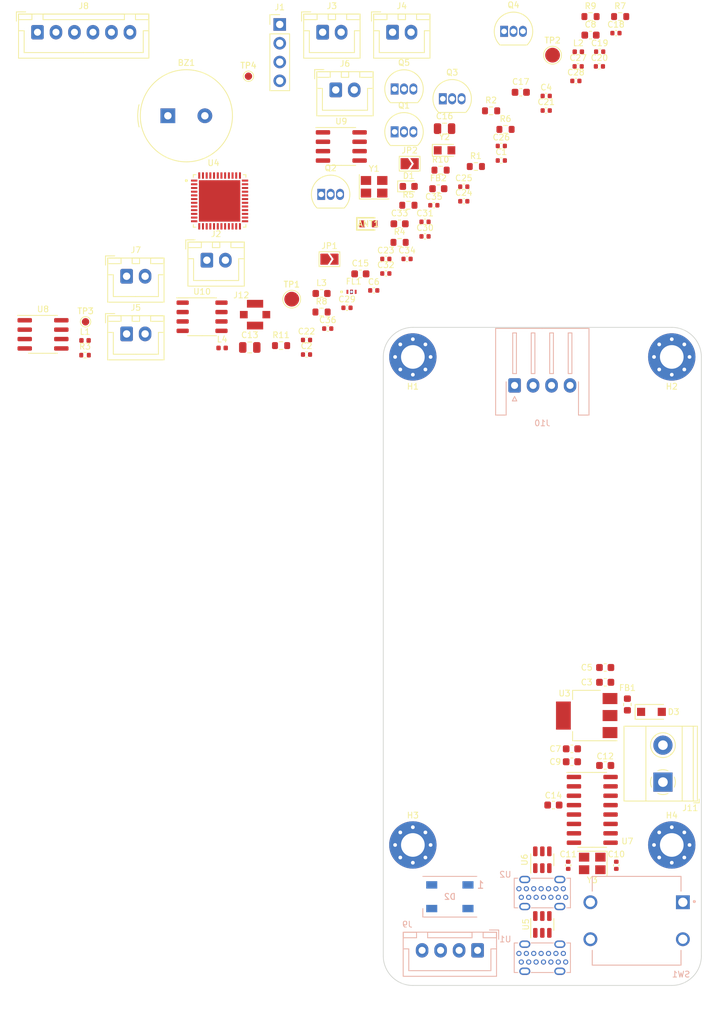
<source format=kicad_pcb>
(kicad_pcb (version 20211014) (generator pcbnew)
  (layers (0 "F.Cu" signal) (1 "In1.Cu" power "GND1") (2 "In2.Cu" power "GND2") (31 "B.Cu" signal) (34 "B.Paste" user) (35 "F.Paste" user) (36 "B.SilkS" user "B.Silkscreen") (37 "F.SilkS" user "F.Silkscreen") (38 "B.Mask" user) (39 "F.Mask" user) (44 "Edge.Cuts" user))
  (net 0 "")
  (net 1 "+3V3")
  (net 2 "Net-(BZ1-Pad2)")
  (net 3 "/32M_IN")
  (net 4 "GND")
  (net 5 "/32K_IN")
  (net 6 "Net-(C3-Pad2)")
  (net 7 "/32M_OUT")
  (net 8 "/32K_OUT")
  (net 9 "/NRST")
  (net 10 "/12M_IN")
  (net 11 "/12M_OUT")
  (net 12 "/T1-")
  (net 13 "/T1+")
  (net 14 "/T2-")
  (net 15 "/T2+")
  (net 16 "Net-(C20-Pad2)")
  (net 17 "Net-(C21-Pad2)")
  (net 18 "Net-(C24-Pad1)")
  (net 19 "Net-(C24-Pad2)")
  (net 20 "Net-(C30-Pad2)")
  (net 21 "Net-(C31-Pad2)")
  (net 22 "Net-(ANT1-Pad1)")
  (net 23 "Net-(C34-Pad2)")
  (net 24 "Net-(C36-Pad2)")
  (net 25 "Net-(D1-Pad1)")
  (net 26 "+5V")
  (net 28 "/WS_DATA")
  (net 29 "Net-(D3-Pad2)")
  (net 30 "Net-(J1-Pad1)")
  (net 31 "Net-(J1-Pad2)")
  (net 32 "/PB0")
  (net 33 "/PB1")
  (net 34 "/SSR2")
  (net 35 "/SSR1")
  (net 36 "/FAN1")
  (net 37 "/FAN2")
  (net 38 "/SWCLK")
  (net 39 "/SWDIO")
  (net 40 "/SWO")
  (net 41 "/USART1_TX")
  (net 42 "/USART1_RX")
  (net 43 "Net-(JP1-Pad1)")
  (net 44 "Net-(L3-Pad2)")
  (net 45 "Net-(Q1-Pad2)")
  (net 46 "Net-(Q2-Pad2)")
  (net 47 "Net-(Q3-Pad2)")
  (net 48 "Net-(Q4-Pad2)")
  (net 49 "Net-(Q5-Pad2)")
  (net 50 "/I2C1_SCL")
  (net 51 "/BUZ")
  (net 52 "/FAN1_IO")
  (net 53 "/FAN2_IO")
  (net 54 "/SSR1_IO")
  (net 55 "/SSR2_IO")
  (net 56 "/I2C1_SDA")
  (net 57 "/USB1_D-")
  (net 58 "/USB1_D+")
  (net 59 "/ST_USB_D+")
  (net 60 "Net-(U1-PadA4)")
  (net 61 "/ST_USB_D-")
  (net 62 "/UART_USB_D+")
  (net 63 "Net-(U2-PadA4)")
  (net 64 "/UART_USB_D-")
  (net 65 "/LPUART1_RX")
  (net 66 "/LPUART1_TX")
  (net 74 "/SPI1_SCK")
  (net 75 "/T1_CS")
  (net 76 "/SPI_SO")
  (net 77 "/T2_CS")
  (net 79 "Net-(J12-PadGND1)")
  (net 83 "/USB2_D+")
  (net 84 "/USB2_D-")
  (net 86 "/SPI1_MISO")
  (footprint "MountingHole:MountingHole_3.2mm_M3_Pad_Via" (layer "F.Cu") (at 39 70)
    (fp_text reference "H4" (at 0 -4) (layer "F.SilkS") (effects (font (size 0.8 0.8) (thickness 0.12))))
    (fp_text value "MH")
    (fp_text user "${REFERENCE}" (at 0 0) (layer "F.SilkS") (effects (font (size 0.8 0.8) (thickness 0.12))))
    (pad "1" thru_hole circle (at 0 0) (size 6.4 6.4) (drill 3.2) (layers *.Cu *.Mask) (net 4 "GND"))
    (pad "1" thru_hole circle (at -1.697056 -1.697056) (size 0.8 0.8) (drill 0.5) (layers *.Cu *.Mask) (net 4 "GND"))
    (pad "1" thru_hole circle (at 2.4 0) (size 0.8 0.8) (drill 0.5) (layers *.Cu *.Mask) (net 4 "GND"))
    (pad "1" thru_hole circle (at 1.697056 -1.697056) (size 0.8 0.8) (drill 0.5) (layers *.Cu *.Mask) (net 4 "GND"))
    (pad "1" thru_hole circle (at -2.4 0) (size 0.8 0.8) (drill 0.5) (layers *.Cu *.Mask) (net 4 "GND"))
    (pad "1" thru_hole circle (at 1.697056 1.697056) (size 0.8 0.8) (drill 0.5) (layers *.Cu *.Mask) (net 4 "GND"))
    (pad "1" thru_hole circle (at -1.697056 1.697056) (size 0.8 0.8) (drill 0.5) (layers *.Cu *.Mask) (net 4 "GND"))
    (pad "1" thru_hole circle (at 0 2.4) (size 0.8 0.8) (drill 0.5) (layers *.Cu *.Mask) (net 4 "GND"))
    (pad "1" thru_hole circle (at 0 -2.4) (size 0.8 0.8) (drill 0.5) (layers *.Cu *.Mask) (net 4 "GND"))
  )
  (footprint "Crystal:Crystal_SMD_3225-4Pin_3.2x2.5mm" (layer "F.Cu") (at -1.235 -19.015)
    (fp_text reference "Y1" (at 0 -2.45) (layer "F.SilkS") (effects (font (size 0.8 0.8) (thickness 0.12))))
    (fp_text value "NX2016_32MHz")
    (pad "1" smd rect (at -1.1 0.85) (size 1.4 1.2) (layers "F.Cu" "F.Paste" "F.Mask") (net 3 "/32M_IN"))
    (pad "2" smd rect (at 1.1 0.85) (size 1.4 1.2) (layers "F.Cu" "F.Paste" "F.Mask") (net 4 "GND"))
    (pad "3" smd rect (at 1.1 -0.85) (size 1.4 1.2) (layers "F.Cu" "F.Paste" "F.Mask") (net 7 "/32M_OUT"))
    (pad "4" smd rect (at -1.1 -0.85) (size 1.4 1.2) (layers "F.Cu" "F.Paste" "F.Mask") (net 4 "GND"))
  )
  (footprint "Capacitor_SMD:C_0402_1005Metric" (layer "F.Cu") (at 10.885 -19.025)
    (fp_text reference "C25" (at 0 -1.16) (layer "F.SilkS") (effects (font (size 0.8 0.8) (thickness 0.12))))
    (fp_text value "4u7")
    (pad "1" smd roundrect (at -0.48 0) (size 0.56 0.62) (layers "F.Cu" "F.Paste" "F.Mask") (net 4 "GND"))
    (pad "2" smd roundrect (at 0.48 0) (size 0.56 0.62) (layers "F.Cu" "F.Paste" "F.Mask") (net 1 "+3V3"))
  )
  (footprint "TestPoint:TestPoint_Pad_D1.0mm" (layer "F.Cu") (at -40.245 -0.755)
    (fp_text reference "TP3" (at 0 -1.448) (layer "F.SilkS") (effects (font (size 0.8 0.8) (thickness 0.12))))
    (fp_text value "HSE_OUT")
    (fp_text user "${REFERENCE}" (at 0 -1.45) (layer "F.SilkS") (effects (font (size 0.8 0.8) (thickness 0.12))))
    (pad "1" smd circle (at 0 0) (size 1 1) (layers "F.Cu" "F.Mask") (net 7 "/32M_OUT"))
  )
  (footprint "Connector_PinHeader_2.54mm:PinHeader_1x04_P2.54mm_Vertical" (layer "F.Cu") (at -13.995 -40.965)
    (fp_text reference "J1" (at 0 -2.33) (layer "F.SilkS") (effects (font (size 0.8 0.8) (thickness 0.12))))
    (fp_text value "CN4")
    (pad "1" thru_hole rect (at 0 0) (size 1.7 1.7) (drill 1) (layers *.Cu *.Mask) (net 30 "Net-(J1-Pad1)"))
    (pad "2" thru_hole oval (at 0 2.54) (size 1.7 1.7) (drill 1) (layers *.Cu *.Mask) (net 31 "Net-(J1-Pad2)"))
    (pad "3" thru_hole oval (at 0 5.08) (size 1.7 1.7) (drill 1) (layers *.Cu *.Mask) (net 32 "/PB0"))
    (pad "4" thru_hole oval (at 0 7.62) (size 1.7 1.7) (drill 1) (layers *.Cu *.Mask) (net 33 "/PB1"))
  )
  (footprint "Package_TO_SOT_SMD:SOT-23-6" (layer "F.Cu") (at 21.5 80.75 90)
    (fp_text reference "U5" (at 0 -2.225 90) (layer "F.SilkS") (effects (font (size 0.8 0.8) (thickness 0.12))))
    (fp_text value "USBLC6-2SC6")
    (pad "1" smd roundrect (at -1.1375 -0.95 90) (size 1.325 0.6) (layers "F.Cu" "F.Paste" "F.Mask") (net 57 "/USB1_D-"))
    (pad "2" smd roundrect (at -1.1375 0 90) (size 1.325 0.6) (layers "F.Cu" "F.Paste" "F.Mask") (net 4 "GND"))
    (pad "3" smd roundrect (at -1.1375 0.95 90) (size 1.325 0.6) (layers "F.Cu" "F.Paste" "F.Mask") (net 58 "/USB1_D+"))
    (pad "4" smd roundrect (at 1.1375 0.95 90) (size 1.325 0.6) (layers "F.Cu" "F.Paste" "F.Mask") (net 59 "/ST_USB_D+"))
    (pad "5" smd roundrect (at 1.1375 0 90) (size 1.325 0.6) (layers "F.Cu" "F.Paste" "F.Mask") (net 60 "Net-(U1-PadA4)"))
    (pad "6" smd roundrect (at 1.1375 -0.95 90) (size 1.325 0.6) (layers "F.Cu" "F.Paste" "F.Mask") (net 61 "/ST_USB_D-"))
  )
  (footprint "Package_SO:SOIC-8_3.9x4.9mm_P1.27mm" (layer "F.Cu") (at -5.675 -24.465)
    (fp_text reference "U9" (at 0 -3.4) (layer "F.SilkS") (effects (font (size 0.8 0.8) (thickness 0.12))))
    (fp_text value "MAX31855KASA")
    (pad "1" smd roundrect (at -2.475 -1.905) (size 1.95 0.6) (layers "F.Cu" "F.Paste" "F.Mask") (net 4 "GND"))
    (pad "2" smd roundrect (at -2.475 -0.635) (size 1.95 0.6) (layers "F.Cu" "F.Paste" "F.Mask") (net 14 "/T2-"))
    (pad "3" smd roundrect (at -2.475 0.635) (size 1.95 0.6) (layers "F.Cu" "F.Paste" "F.Mask") (net 15 "/T2+"))
    (pad "4" smd roundrect (at -2.475 1.905) (size 1.95 0.6) (layers "F.Cu" "F.Paste" "F.Mask") (net 1 "+3V3"))
    (pad "5" smd roundrect (at 2.475 1.905) (size 1.95 0.6) (layers "F.Cu" "F.Paste" "F.Mask") (net 74 "/SPI1_SCK"))
    (pad "6" smd roundrect (at 2.475 0.635) (size 1.95 0.6) (layers "F.Cu" "F.Paste" "F.Mask") (net 77 "/T2_CS"))
    (pad "7" smd roundrect (at 2.475 -0.635) (size 1.95 0.6) (layers "F.Cu" "F.Paste" "F.Mask") (net 76 "/SPI_SO"))
    (pad "8" smd roundrect (at 2.475 -1.905) (size 1.95 0.6) (layers "F.Cu" "F.Paste" "F.Mask"))
  )
  (footprint "Capacitor_SMD:C_0603_1608Metric" (layer "F.Cu") (at 18.585 -31.795)
    (fp_text reference "C17" (at 0 -1.43) (layer "F.SilkS") (effects (font (size 0.8 0.8) (thickness 0.12))))
    (fp_text value "100n")
    (pad "1" smd roundrect (at -0.775 0) (size 0.9 0.95) (layers "F.Cu" "F.Paste" "F.Mask") (net 4 "GND"))
    (pad "2" smd roundrect (at 0.775 0) (size 0.9 0.95) (layers "F.Cu" "F.Paste" "F.Mask") (net 1 "+3V3"))
  )
  (footprint "Resistor_SMD:R_0603_1608Metric" (layer "F.Cu") (at 32.025 -42.035)
    (fp_text reference "R7" (at 0 -1.43) (layer "F.SilkS") (effects (font (size 0.8 0.8) (thickness 0.12))))
    (fp_text value "10k")
    (pad "1" smd roundrect (at -0.825 0) (size 0.8 0.95) (layers "F.Cu" "F.Paste" "F.Mask") (net 52 "/FAN1_IO"))
    (pad "2" smd roundrect (at 0.825 0) (size 0.8 0.95) (layers "F.Cu" "F.Paste" "F.Mask") (net 46 "Net-(Q2-Pad2)"))
  )
  (footprint "Capacitor_SMD:C_0402_1005Metric" (layer "F.Cu") (at 31.455 -39.795)
    (fp_text reference "C18" (at 0 -1.16) (layer "F.SilkS") (effects (font (size 0.8 0.8) (thickness 0.12))))
    (fp_text value "100n")
    (pad "1" smd roundrect (at -0.48 0) (size 0.56 0.62) (layers "F.Cu" "F.Paste" "F.Mask") (net 4 "GND"))
    (pad "2" smd roundrect (at 0.48 0) (size 0.56 0.62) (layers "F.Cu" "F.Paste" "F.Mask") (net 1 "+3V3"))
  )
  (footprint "Package_TO_SOT_THT:TO-92_Inline" (layer "F.Cu") (at 1.535 -32.235)
    (fp_text reference "Q5" (at 1.27 -3.56) (layer "F.SilkS") (effects (font (size 0.8 0.8) (thickness 0.12))))
    (fp_text value "2N3904")
    (pad "1" thru_hole rect (at 0 0) (size 1.05 1.5) (drill 0.75) (layers *.Cu *.Mask) (net 4 "GND"))
    (pad "2" thru_hole oval (at 1.27 0) (size 1.05 1.5) (drill 0.75) (layers *.Cu *.Mask) (net 49 "Net-(Q5-Pad2)"))
    (pad "3" thru_hole oval (at 2.54 0) (size 1.05 1.5) (drill 0.75) (layers *.Cu *.Mask) (net 34 "/SSR2"))
  )
  (footprint "Capacitor_SMD:C_0402_1005Metric" (layer "F.Cu") (at -10.375 3.675)
    (fp_text reference "C2" (at 0 -1.16) (layer "F.SilkS") (effects (font (size 0.8 0.8) (thickness 0.12))))
    (fp_text value "10p")
    (pad "1" smd roundrect (at -0.48 0) (size 0.56 0.62) (layers "F.Cu" "F.Paste" "F.Mask") (net 5 "/32K_IN"))
    (pad "2" smd roundrect (at 0.48 0) (size 0.56 0.62) (layers "F.Cu" "F.Paste" "F.Mask") (net 4 "GND"))
  )
  (footprint "Capacitor_SMD:C_0402_1005Metric" (layer "F.Cu") (at 25 72.75 90)
    (fp_text reference "C11" (at 1.5 0 180) (layer "F.SilkS") (effects (font (size 0.8 0.8) (thickness 0.12))))
    (fp_text value "22p")
    (pad "1" smd roundrect (at -0.48 0 90) (size 0.56 0.62) (layers "F.Cu" "F.Paste" "F.Mask") (net 11 "/12M_OUT"))
    (pad "2" smd roundrect (at 0.48 0 90) (size 0.56 0.62) (layers "F.Cu" "F.Paste" "F.Mask") (net 4 "GND"))
  )
  (footprint "Capacitor_SMD:C_0402_1005Metric" (layer "F.Cu") (at -4.905 -2.645)
    (fp_text reference "C29" (at 0 -1.16) (layer "F.SilkS") (effects (font (size 0.8 0.8) (thickness 0.12))))
    (fp_text value "100n")
    (pad "1" smd roundrect (at -0.48 0) (size 0.56 0.62) (layers "F.Cu" "F.Paste" "F.Mask") (net 1 "+3V3"))
    (pad "2" smd roundrect (at 0.48 0) (size 0.56 0.62) (layers "F.Cu" "F.Paste" "F.Mask") (net 4 "GND"))
  )
  (footprint "Inductor_SMD:L_0402_1005Metric" (layer "F.Cu") (at 26.365 -37.275)
    (fp_text reference "L2" (at 0 -1.17) (layer "F.SilkS") (effects (font (size 0.8 0.8) (thickness 0.12))))
    (fp_text value "0R")
    (pad "1" smd roundrect (at -0.485 0) (size 0.59 0.64) (layers "F.Cu" "F.Paste" "F.Mask") (net 19 "Net-(C24-Pad2)"))
    (pad "2" smd roundrect (at 0.485 0) (size 0.59 0.64) (layers "F.Cu" "F.Paste" "F.Mask") (net 22 "Net-(ANT1-Pad1)"))
  )
  (footprint "Capacitor_SMD:C_0402_1005Metric" (layer "F.Cu") (at 3.215 -9.255)
    (fp_text reference "C34" (at 0 -1.16) (layer "F.SilkS") (effects (font (size 0.8 0.8) (thickness 0.12))))
    (fp_text value "10n")
    (pad "1" smd roundrect (at -0.48 0) (size 0.56 0.62) (layers "F.Cu" "F.Paste" "F.Mask") (net 18 "Net-(C24-Pad1)"))
    (pad "2" smd roundrect (at 0.48 0) (size 0.56 0.62) (layers "F.Cu" "F.Paste" "F.Mask") (net 23 "Net-(C34-Pad2)"))
  )
  (footprint "Buzzer_Beeper:Buzzer_TDK_PS1240P02BT_D12.2mm_H6.5mm" (layer "F.Cu") (at -29.116569 -28.615)
    (fp_text reference "BZ1" (at 2.5 -7.17) (layer "F.SilkS") (effects (font (size 0.8 0.8) (thickness 0.12))))
    (fp_text value "PS1240P02BT")
    (pad "1" thru_hole rect (at 0 0) (size 2 2) (drill 1) (layers *.Cu *.Mask) (net 1 "+3V3"))
    (pad "2" thru_hole circle (at 5 0) (size 2 2) (drill 1) (layers *.Cu *.Mask) (net 2 "Net-(BZ1-Pad2)"))
  )
  (footprint "Capacitor_SMD:C_0603_1608Metric" (layer "F.Cu") (at 30 46 180)
    (fp_text reference "C5" (at 2.5 0) (layer "F.SilkS") (effects (font (size 0.8 0.8) (thickness 0.12))))
    (fp_text value "100n")
    (pad "1" smd roundrect (at -0.775 0 180) (size 0.9 0.95) (layers "F.Cu" "F.Paste" "F.Mask") (net 4 "GND"))
    (pad "2" smd roundrect (at 0.775 0 180) (size 0.9 0.95) (layers "F.Cu" "F.Paste" "F.Mask") (net 6 "Net-(C3-Pad2)"))
  )
  (footprint "TerminalBlock_Phoenix:TerminalBlock_Phoenix_MKDS-1,5-2_1x02_P5.00mm_Horizontal" (layer "F.Cu") (at 37.805 61.5 90)
    (fp_text reference "J11" (at -3.5 3.695 180) (layer "F.SilkS") (effects (font (size 0.8 0.8) (thickness 0.12))))
    (fp_text value "PWR")
    (pad "1" thru_hole rect (at 0 0 90) (size 2.6 2.6) (drill 1.3) (layers *.Cu *.Mask) (net 4 "GND"))
    (pad "2" thru_hole circle (at 5 0 90) (size 2.6 2.6) (drill 1.3) (layers *.Cu *.Mask) (net 29 "Net-(D3-Pad2)"))
  )
  (footprint "TestPoint:TestPoint_Pad_D1.0mm" (layer "F.Cu") (at -18.225 -33.965)
    (fp_text reference "TP4" (at 0 -1.448) (layer "F.SilkS") (effects (font (size 0.8 0.8) (thickness 0.12))))
    (fp_text value "HSE_IN")
    (fp_text user "${REFERENCE}" (at 0 -1.45) (layer "F.SilkS") (effects (font (size 0.8 0.8) (thickness 0.12))))
    (pad "1" smd circle (at 0 0) (size 1 1) (layers "F.Cu" "F.Mask") (net 3 "/32M_IN"))
  )
  (footprint "Resistor_SMD:R_0603_1608Metric" (layer "F.Cu") (at 28.015 -42.035)
    (fp_text reference "R9" (at 0 -1.43) (layer "F.SilkS") (effects (font (size 0.8 0.8) (thickness 0.12))))
    (fp_text value "10k")
    (pad "1" smd roundrect (at -0.825 0) (size 0.8 0.95) (layers "F.Cu" "F.Paste" "F.Mask") (net 54 "/SSR1_IO"))
    (pad "2" smd roundrect (at 0.825 0) (size 0.8 0.95) (layers "F.Cu" "F.Paste" "F.Mask") (net 48 "Net-(Q4-Pad2)"))
  )
  (footprint "Resistor_SMD:R_0603_1608Metric" (layer "F.Cu") (at -8.345 -2.075)
    (fp_text reference "R8" (at 0 -1.43) (layer "F.SilkS") (effects (font (size 0.8 0.8) (thickness 0.12))))
    (fp_text value "10k")
    (pad "1" smd roundrect (at -0.825 0) (size 0.8 0.95) (layers "F.Cu" "F.Paste" "F.Mask") (net 53 "/FAN2_IO"))
    (pad "2" smd roundrect (at 0.825 0) (size 0.8 0.95) (layers "F.Cu" "F.Paste" "F.Mask") (net 47 "Net-(Q3-Pad2)"))
  )
  (footprint "Capacitor_SMD:C_0402_1005Metric" (layer "F.Cu") (at 5.645 -12.305)
    (fp_text reference "C30" (at 0 -1.16) (layer "F.SilkS") (effects (font (size 0.8 0.8) (thickness 0.12))))
    (fp_text value "4u7")
    (pad "1" smd roundrect (at -0.48 0) (size 0.56 0.62) (layers "F.Cu" "F.Paste" "F.Mask") (net 4 "GND"))
    (pad "2" smd roundrect (at 0.48 0) (size 0.56 0.62) (layers "F.Cu" "F.Paste" "F.Mask") (net 20 "Net-(C30-Pad2)"))
  )
  (footprint "Jumper:SolderJumper-2_P1.3mm_Open_TrianglePad1.0x1.5mm" (layer "F.Cu") (at 3.565 -22.135)
    (fp_text reference "JP2" (at 0 -1.8) (layer "F.SilkS") (effects (font (size 0.8 0.8) (thickness 0.12))))
    (fp_text value "Open")
    (pad "1" smd custom (at -0.725 0) (size 0.3 0.3) (layers "F.Cu" "F.Mask") (net 1 "+3V3") (options (clearance outline) (anchor rect)) (primitives (gr_poly (pts (xy 1 0) (xy 0.5 0.75) (xy -0.5 0.75) (xy -0.5 -0.75) (xy 0.5 -0.75)) (width 0) (fill yes))))
    (pad "2" smd custom (at 0.725 0) (size 0.3 0.3) (layers "F.Cu" "F.Mask") (net 20 "Net-(C30-Pad2)") (options (clearance outline) (anchor rect)) (primitives (gr_poly (pts (xy 0.5 0.75) (xy -0.65 0.75) (xy -0.15 0) (xy -0.65 -0.75) (xy 0.5 -0.75)) (width 0) (fill yes))))
  )
  (footprint "Capacitor_SMD:C_0402_1005Metric" (layer "F.Cu") (at 15.955 -22.565)
    (fp_text reference "C1" (at 0 -1.16) (layer "F.SilkS") (effects (font (size 0.8 0.8) (thickness 0.12))))
    (fp_text value "NF")
    (pad "1" smd roundrect (at -0.48 0) (size 0.56 0.62) (layers "F.Cu" "F.Paste" "F.Mask") (net 3 "/32M_IN"))
    (pad "2" smd roundrect (at 0.48 0) (size 0.56 0.62) (layers "F.Cu" "F.Paste" "F.Mask") (net 4 "GND"))
  )
  (footprint "Connector_JST:JST_XH_B2B-XH-A_1x02_P2.50mm_Vertical" (layer "F.Cu") (at -34.695 -6.915)
    (fp_text reference "J7" (at 1.25 -3.55) (layer "F.SilkS") (effects (font (size 0.8 0.8) (thickness 0.12))))
    (fp_text value "T2")
    (pad "1" thru_hole roundrect (at 0 0) (size 1.7 2) (drill 1) (layers *.Cu *.Mask) (roundrect_rratio 0.147059) (net 15 "/T2+"))
    (pad "2" thru_hole oval (at 2.5 0) (size 1.7 2) (drill 1) (layers *.Cu *.Mask) (net 14 "/T2-"))
  )
  (footprint "Capacitor_SMD:C_0402_1005Metric" (layer "F.Cu") (at 6.835 -16.515)
    (fp_text reference "C35" (at 0 -1.16) (layer "F.SilkS") (effects (font (size 0.8 0.8) (thickness 0.12))))
    (fp_text value "NF")
    (pad "1" smd roundrect (at -0.48 0) (size 0.56 0.62) (layers "F.Cu" "F.Paste" "F.Mask") (net 4 "GND"))
    (pad "2" smd roundrect (at 0.48 0) (size 0.56 0.62) (layers "F.Cu" "F.Paste" "F.Mask") (net 23 "Net-(C34-Pad2)"))
  )
  (footprint "Jumper:SolderJumper-2_P1.3mm_Open_TrianglePad1.0x1.5mm" (layer "F.Cu") (at -7.275 -9.225)
    (fp_text reference "JP1" (at 0 -1.8) (layer "F.SilkS") (effects (font (size 0.8 0.8) (thickness 0.12))))
    (fp_text value "Open")
    (pad "1" smd custom (at -0.725 0) (size 0.3 0.3) (layers "F.Cu" "F.Mask") (net 43 "Net-(JP1-Pad1)") (options (clearance outline) (anchor rect)) (primitives (gr_poly (pts (xy 1 0) (xy 0.5 0.75) (xy -0.5 0.75) (xy -0.5 -0.75) (xy 0.5 -0.75)) (width 0) (fill yes))))
    (pad "2" smd custom (at 0.725 0) (size 0.3 0.3) (layers "F.Cu" "F.Mask") (net 1 "+3V3") (options (clearance outline) (anchor rect)) (primitives (gr_poly (pts (xy 0.5 0.75) (xy -0.65 0.75) (xy -0.15 0) (xy -0.65 -0.75) (xy 0.5 -0.75)) (width 0) (fill yes))))
  )
  (footprint "Capacitor_SMD:C_0402_1005Metric" (layer "F.Cu") (at 31.5 72.75 -90)
    (fp_text reference "C10" (at -1.5 0 180) (layer "F.SilkS") (effects (font (size 0.8 0.8) (thickness 0.12))))
    (fp_text value "22p")
    (pad "1" smd roundrect (at -0.48 0 270) (size 0.56 0.62) (layers "F.Cu" "F.Paste" "F.Mask") (net 10 "/12M_IN"))
    (pad "2" smd roundrect (at 0.48 0 270) (size 0.56 0.62) (layers "F.Cu" "F.Paste" "F.Mask") (net 4 "GND"))
  )
  (footprint "footprints:ANTC1608X40N" (layer "F.Cu") (at -2 -14)
    (fp_text reference "ANT1" (at 0 0) (layer "F.SilkS") (effects (font (size 0.8 0.8) (thickness 0.12))))
    (fp_text value "2450AT14A0100T" hide)
    (fp_text user "${REFERENCE}" (at 0 0) (layer "F.SilkS") (effects (font (size 0.8 0.8) (thickness 0.12))))
    (pad "1" smd rect locked (at -0.85 0) (size 0.75 0.95) (layers "F.Cu" "F.Paste" "F.Mask") (net 22 "Net-(ANT1-Pad1)"))
    (pad "2" smd rect locked (at 0.85 0) (size 0.75 0.95) (layers "F.Cu" "F.Paste" "F.Mask"))
  )
  (footprint "Connector_JST:JST_XH_B2B-XH-A_1x02_P2.50mm_Vertical" (layer "F.Cu") (at 1.255 -39.915)
    (fp_text reference "J4" (at 1.25 -3.55) (layer "F.SilkS") (effects (font (size 0.8 0.8) (thickness 0.12))))
    (fp_text value "FAN1")
    (pad "1" thru_hole roundrect (at 0 0) (size 1.7 2) (drill 1) (layers *.Cu *.Mask) (roundrect_rratio 0.147059) (net 36 "/FAN1"))
    (pad "2" thru_hole oval (at 2.5 0) (size 1.7 2) (drill 1) (layers *.Cu *.Mask) (net 26 "+5V"))
  )
  (footprint "Capacitor_SMD:C_0402_1005Metric" (layer "F.Cu") (at 0.345 -7.285)
    (fp_text reference "C32" (at 0 -1.16) (layer "F.SilkS") (effects (font (size 0.8 0.8) (thickness 0.12))))
    (fp_text value "NF")
    (pad "1" smd roundrect (at -0.48 0) (size 0.56 0.62) (layers "F.Cu" "F.Paste" "F.Mask") (net 4 "GND"))
    (pad "2" smd roundrect (at 0.48 0) (size 0.56 0.62) (layers "F.Cu" "F.Paste" "F.Mask") (net 22 "Net-(ANT1-Pad1)"))
  )
  (footprint "Resistor_SMD:R_0603_1608Metric" (layer "F.Cu") (at -13.815 2.465)
    (fp_text reference "R11" (at 0 -1.43) (layer "F.SilkS") (effects (font (size 0.8 0.8) (thickness 0.12))))
    (fp_text value "4k7")
    (pad "1" smd roundrect (at -0.825 0) (size 0.8 0.95) (layers "F.Cu" "F.Paste" "F.Mask") (net 1 "+3V3"))
    (pad "2" smd roundrect (at 0.825 0) (size 0.8 0.95) (layers "F.Cu" "F.Paste" "F.Mask") (net 56 "/I2C1_SDA"))
  )
  (footprint "Capacitor_SMD:C_0603_1608Metric" (layer "F.Cu") (at 2.205 -14.005)
    (fp_text reference "C33" (at 0 -1.43) (layer "F.SilkS") (effects (font (size 0.8 0.8) (thickness 0.12))))
    (fp_text value "100n")
    (pad "1" smd roundrect (at -0.775 0) (size 0.9 0.95) (layers "F.Cu" "F.Paste" "F.Mask") (net 4 "GND"))
    (pad "2" smd roundrect (at 0.775 0) (size 0.9 0.95) (layers "F.Cu" "F.Paste" "F.Mask") (net 1 "+3V3"))
  )
  (footprint "Package_SO:SOIC-8_3.9x4.9mm_P1.27mm" (layer "F.Cu") (at -45.995 0.945)
    (fp_text reference "U8" (at 0 -3.4) (layer "F.SilkS") (effects (font (size 0.8 0.8) (thickness 0.12))))
    (fp_text value "MAX31855KASA")
    (pad "1" smd roundrect (at -2.475 -1.905) (size 1.95 0.6) (layers "F.Cu" "F.Paste" "F.Mask") (net 4 "GND"))
    (pad "2" smd roundrect (at -2.475 -0.635) (size 1.95 0.6) (layers "F.Cu" "F.Paste" "F.Mask") (net 12 "/T1-"))
    (pad "3" smd roundrect (at -2.475 0.635) (size 1.95 0.6) (layers "F.Cu" "F.Paste" "F.Mask") (net 13 "/T1+"))
    (pad "4" smd roundrect (at -2.475 1.905) (size 1.95 0.6) (layers "F.Cu" "F.Paste" "F.Mask") (net 1 "+3V3"))
    (pad "5" smd roundrect (at 2.475 1.905) (size 1.95 0.6) (layers "F.Cu" "F.Paste" "F.Mask") (net 74 "/SPI1_SCK"))
    (pad "6" smd roundrect (at 2.475 0.635) (size 1.95 0.6) (layers "F.Cu" "F.Paste" "F.Mask") (net 75 "/T1_CS"))
    (pad "7" smd roundrect (at 2.475 -0.635) (size 1.95 0.6) (layers "F.Cu" "F.Paste" "F.Mask") (net 76 "/SPI_SO"))
    (pad "8" smd roundrect (at 2.475 -1.905) (size 1.95 0.6) (layers "F.Cu" "F.Paste" "F.Mask"))
  )
  (footprint "Capacitor_SMD:C_0402_1005Metric" (layer "F.Cu") (at -7.505 0.165)
    (fp_text reference "C36" (at 0 -1.16) (layer "F.SilkS") (effects (font (size 0.8 0.8) (thickness 0.12))))
    (fp_text value "NF")
    (pad "1" smd roundrect (at -0.48 0) (size 0.56 0.62) (layers "F.Cu" "F.Paste" "F.Mask") (net 4 "GND"))
    (pad "2" smd roundrect (at 0.48 0) (size 0.56 0.62) (layers "F.Cu" "F.Paste" "F.Mask") (net 24 "Net-(C36-Pad2)"))
  )
  (footprint "Capacitor_SMD:C_0603_1608Metric" (layer "F.Cu") (at 25.5 57 180)
    (fp_text reference "C7" (at 2.25 0) (layer "F.SilkS") (effects (font (size 0.8 0.8) (thickness 0.12))))
    (fp_text value "100n")
    (pad "1" smd roundrect (at -0.775 0 180) (size 0.9 0.95) (layers "F.Cu" "F.Paste" "F.Mask") (net 4 "GND"))
    (pad "2" smd roundrect (at 0.775 0 180) (size 0.9 0.95) (layers "F.Cu" "F.Paste" "F.Mask") (net 1 "+3V3"))
  )
  (footprint "Resistor_SMD:R_0603_1608Metric" (layer "F.Cu") (at 7.745 -21.265)
    (fp_text reference "R10" (at 0 -1.43) (layer "F.SilkS") (effects (font (size 0.8 0.8) (thickness 0.12))))
    (fp_text value "10k")
    (pad "1" smd roundrect (at -0.825 0) (size 0.8 0.95) (layers "F.Cu" "F.Paste" "F.Mask") (net 55 "/SSR2_IO"))
    (pad "2" smd roundrect (at 0.825 0) (size 0.8 0.95) (layers "F.Cu" "F.Paste" "F.Mask") (net 49 "Net-(Q5-Pad2)"))
  )
  (footprint "Resistor_SMD:R_0603_1608Metric" (layer "F.Cu") (at 14.575 -29.285)
    (fp_text reference "R2" (at 0 -1.43) (layer "F.SilkS") (effects (font (size 0.8 0.8) (thickness 0.12))))
    (fp_text value "470")
    (pad "1" smd roundrect (at -0.825 0) (size 0.8 0.95) (layers "F.Cu" "F.Paste" "F.Mask") (net 25 "Net-(D1-Pad1)"))
    (pad "2" smd roundrect (at 0.825 0) (size 0.8 0.95) (layers "F.Cu" "F.Paste" "F.Mask") (net 4 "GND"))
  )
  (footprint "Capacitor_SMD:C_0402_1005Metric" (layer "F.Cu") (at -1.285 -4.995)
    (fp_text reference "C6" (at 0 -1.16) (layer "F.SilkS") (effects (font (size 0.8 0.8) (thickness 0.12))))
    (fp_text value "10p")
    (pad "1" smd roundrect (at -0.48 0) (size 0.56 0.62) (layers "F.Cu" "F.Paste" "F.Mask") (net 8 "/32K_OUT"))
    (pad "2" smd roundrect (at 0.48 0) (size 0.56 0.62) (layers "F.Cu" "F.Paste" "F.Mask") (net 4 "GND"))
  )
  (footprint "Package_TO_SOT_THT:TO-92_Inline" (layer "F.Cu") (at 8.045 -30.915)
    (fp_text reference "Q3" (at 1.27 -3.56) (layer "F.SilkS") (effects (font (size 0.8 0.8) (thickness 0.12))))
    (fp_text value "2N3904")
    (pad "1" thru_hole rect (at 0 0) (size 1.05 1.5) (drill 0.75) (layers *.Cu *.Mask) (net 4 "GND"))
    (pad "2" thru_hole oval (at 1.27 0) (size 1.05 1.5) (drill 0.75) (layers *.Cu *.Mask) (net 47 "Net-(Q3-Pad2)"))
    (pad "3" thru_hole oval (at 2.54 0) (size 1.05 1.5) (drill 0.75) (layers *.Cu *.Mask) (net 37 "/FAN2"))
  )
  (footprint "Capacitor_SMD:C_0402_1005Metric" (layer "F.Cu") (at 0.345 -9.255)
    (fp_text reference "C23" (at 0 -1.16) (layer "F.SilkS") (effects (font (size 0.8 0.8) (thickness 0.12))))
    (fp_text value "100n")
    (pad "1" smd roundrect (at -0.48 0) (size 0.56 0.62) (layers "F.Cu" "F.Paste" "F.Mask") (net 4 "GND"))
    (pad "2" smd roundrect (at 0.48 0) (size 0.56 0.62) (layers "F.Cu" "F.Paste" "F.Mask") (net 1 "+3V3"))
  )
  (footprint "Capacitor_SMD:C_0805_2012Metric" (layer "F.Cu") (at -18.045 2.715)
    (fp_text reference "C13" (at 0 -1.68) (layer "F.SilkS") (effects (font (size 0.8 0.8) (thickness 0.12))))
    (fp_text value "10n")
    (pad "1" smd roundrect (at -0.95 0) (size 1 1.45) (layers "F.Cu" "F.Paste" "F.Mask") (net 12 "/T1-"))
    (pad "2" smd roundrect (at 0.95 0) (size 1 1.45) (layers "F.Cu" "F.Paste" "F.Mask") (net 13 "/T1+"))
  )
  (footprint "MountingHole:MountingHole_3.2mm_M3_Pad_Via" (layer "F.Cu") (at 4 70)
    (fp_text reference "H3" (at 0 -4) (layer "F.SilkS") (effects (font (size 0.8 0.8) (thickness 0.12))))
    (fp_text value "MH")
    (fp_text user "${REFERENCE}" (at 0 0) (layer "F.SilkS") (effects (font (size 0.8 0.8) (thickness 0.12))))
    (pad "1" thru_hole circle (at -1.697056 1.697056) (size 0.8 0.8) (drill 0.5) (layers *.Cu *.Mask) (net 4 "GND"))
    (pad "1" thru_hole circle (at 0 2.4) (size 0.8 0.8) (drill 0.5) (layers *.Cu *.Mask) (net 4 "GND"))
    (pad "1" thru_hole circle (at 1.697056 -1.697056) (size 0.8 0.8) (drill 0.5) (layers *.Cu *.Mask) (net 4 "GND"))
    (pad "1" thru_hole circle (at -1.697056 -1.697056) (size 0.8 0.8) (drill 0.5) (layers *.Cu *.Mask) (net 4 "GND"))
    (pad "1" thru_hole circle (at 2.4 0) (size 0.8 0.8) (drill 0.5) (layers *.Cu *.Mask) (net 4 "GND"))
    (pad "1" thru_hole circle (at 1.697056 1.697056) (size 0.8 0.8) (drill 0.5) (layers *.Cu *.Mask) (net 4 "GND"))
    (pad "1" thru_hole circle (at 0 0) (size 6.4 6.4) (drill 3.2) (layers *.Cu *.Mask) (net 4 "GND"))
    (pad "1" thru_hole circle (at -2.4 0) (size 0.8 0.8) (drill 0.5) (layers *.Cu *.Mask) (net 4 "GND"))
    (pad "1" thru_hole circle (at 0 -2.4) (size 0.8 0.8) (drill 0.5) (layers *.Cu *.Mask) (net 4 "GND"))
  )
  (footprint "Capacitor_SMD:C_0603_1608Metric" (layer "F.Cu") (at 28.015 -39.525)
    (fp_text reference "C8" (at 0 -1.43) (layer "F.SilkS") (effects (font (size 0.8 0.8) (thickness 0.12))))
    (fp_text value "100n")
    (pad "1" smd roundrect (at -0.775 0) (size 0.9 0.95) (layers "F.Cu" "F.Paste" "F.Mask") (net 4 "GND"))
    (pad "2" smd roundrect (at 0.775 0) (size 0.9 0.95) (layers "F.Cu" "F.Paste" "F.Mask") (net 9 "/NRST"))
  )
  (footprint "Capacitor_SMD:C_0402_1005Metric" (layer "F.Cu") (at -10.375 1.705)
    (fp_text reference "C22" (at 0 -1.16) (layer "F.SilkS") (effects (font (size 0.8 0.8) (thickness 0.12))))
    (fp_text value "100n")
    (pad "1" smd roundrect (at -0.48 0) (size 0.56 0.62) (layers "F.Cu" "F.Paste" "F.Mask") (net 4 "GND"))
    (pad "2" smd roundrect (at 0.48 0) (size 0.56 0.62) (layers "F.Cu" "F.Paste" "F.Mask") (net 1 "+3V3"))
  )
  (footprint "Resistor_SMD:R_0603_1608Metric" (layer "F.Cu") (at 12.515 -21.755)
    (fp_text reference "R1" (at 0 -1.43) (layer "F.SilkS") (effects (font (size 0.8 0.8) (thickness 0.12))))
    (fp_text value "10k")
    (pad "1" smd roundrect (at -0.825 0) (size 0.8 0.95) (layers "F.Cu" "F.Paste" "F.Mask") (net 1 "+3V3"))
    (pad "2" smd roundrect (at 0.825 0) (size 0.8 0.95) (layers "F.Cu" "F.Paste" "F.Mask") (net 9 "/NRST"))
  )
  (footprint "TestPoint:TestPoint_Pad_D2.0mm" (layer "F.Cu") (at -12.375 -3.815)
    (fp_text reference "TP1" (at 0 -1.998) (layer "F.SilkS") (effects (font (size 0.8 0.8) (thickness 0.12))))
    (fp_text value "3v3")
    (fp_text user "${REFERENCE}" (at 0 -2) (layer "F.SilkS") (effects (font (size 0.8 0.8) (thickness 0.12))))
    (pad "1" smd circle (at 0 0) (size 2 2) (layers "F.Cu" "F.Mask") (net 1 "+3V3"))
  )
  (footprint "Capacitor_SMD:C_0402_1005Metric" (layer "F.Cu") (at 22.025 -29.325)
    (fp_text reference "C21" (at 0 -1.16) (layer "F.SilkS") (effects (font (size 0.8 0.8) (thickness 0.12))))
    (fp_text value "NF")
    (pad "1" smd roundrect (at -0.48 0) (size 0.56 0.62) (layers "F.Cu" "F.Paste" "F.Mask") (net 4 "GND"))
    (pad "2" smd roundrect (at 0.48 0) (size 0.56 0.62) (layers "F.Cu" "F.Paste" "F.Mask") (net 17 "Net-(C21-Pad2)"))
  )
  (footprint "Resistor_SMD:R_0603_1608Metric" (layer "F.Cu") (at 2.205 -11.495)
    (fp_text reference "R4" (at 0 -1.43) (layer "F.SilkS") (effects (font (size 0.8 0.8) (thickness 0.12))))
    (fp_text value "4k7")
    (pad "1" smd roundrect (at -0.825 0) (size 0.8 0.95) (layers "F.Cu" "F.Paste" "F.Mask") (net 1 "+3V3"))
    (pad "2" smd roundrect (at 0.825 0) (size 0.8 0.95) (layers "F.Cu" "F.Paste" "F.Mask") (net 50 "/I2C1_SCL"))
  )
  (footprint "Package_TO_SOT_THT:TO-92_Inline" (layer "F.Cu") (at 1.535 -26.445)
    (fp_text reference "Q1" (at 1.27 -3.56) (layer "F.SilkS") (effects (font (size 0.8 0.8) (thickness 0.12))))
    (fp_text value "2N3904")
    (pad "1" thru_hole rect (at 0 0) (size 1.05 1.5) (drill 0.75) (layers *.Cu *.Mask) (net 4 "GND"))
    (pad "2" thru_hole oval (at 1.27 0) (size 1.05 1.5) (drill 0.75) (layers *.Cu *.Mask) (net 45 "Net-(Q1-Pad2)"))
    (pad "3" thru_hole oval (at 2.54 0) (size 1.05 1.5) (drill 0.75) (layers *.Cu *.Mask) (net 2 "Net-(BZ1-Pad2)"))
  )
  (footprint "MountingHole:MountingHole_3.2mm_M3_Pad_Via" (layer "F.Cu") (at 4 4)
    (fp_text reference "H1" (at 0 4) (layer "F.SilkS") (effects (font (size 0.8 0.8) (thickness 0.12))))
    (fp_text value "MH")
    (fp_text user "${REFERENCE}" (at 0 0) (layer "F.SilkS") (effects (font (size 0.8 0.8) (thickness 0.12))))
    (pad "1" thru_hole circle (at 0 2.4) (size 0.8 0.8) (drill 0.5) (layers *.Cu *.Mask) (net 4 "GND"))
    (pad "1" thru_hole circle (at -2.4 0) (size 0.8 0.8) (drill 0.5) (layers *.Cu *.Mask) (net 4 "GND"))
    (pad "1" thru_hole circle (at -1.697056 1.697056) (size 0.8 0.8) (drill 0.5) (layers *.Cu *.Mask) (net 4 "GND"))
    (pad "1" thru_hole circle (at 2.4 0) (size 0.8 0.8) (drill 0.5) (layers *.Cu *.Mask) (net 4 "GND"))
    (pad "1" thru_hole circle (at 1.697056 -1.697056) (size 0.8 0.8) (drill 0.5) (layers *.Cu *.Mask) (net 4 "GND"))
    (pad "1" thru_hole circle (at -1.697056 -1.697056) (size 0.8 0.8) (drill 0.5) (layers *.Cu *.Mask) (net 4 "GND"))
    (pad "1" thru_hole circle (at 0 -2.4) (size 0.8 0.8) (drill 0.5) (layers *.Cu *.Mask) (net 4 "GND"))
    (pad "1" thru_hole circle (at 0 0) (size 6.4 6.4) (drill 3.2) (layers *.Cu *.Mask) (net 4 "GND"))
    (pad "1" thru_hole circle (at 1.697056 1.697056) (size 0.8 0.8) (drill 0.5) (layers *.Cu *.Mask) (net 4 "GND"))
  )
  (footprint "Crystal:Crystal_SMD_3225-4Pin_3.2x2.5mm" (layer "F.Cu") (at 28.25 72.5 180)
    (fp_text reference "Y3" (at 0 -2.25) (layer "F.SilkS") (effects (font (size 0.8 0.8) (thickness 0.12))))
    (fp_text value "12M")
    (pad "1" smd rect (at -1.1 0.85 180) (size 1.4 1.2) (layers "F.Cu" "F.Paste" "F.Mask") (net 10 "/12M_IN"))
    (pad "2" smd rect (at 1.1 0.85 180) (size 1.4 1.2) (layers "F.Cu" "F.Paste" "F.Mask") (net 4 "GND"))
    (pad "3" smd rect (at 1.1 -0.85 180) (size 1.4 1.2) (layers "F.Cu" "F.Paste" "F.Mask") (net 11 "/12M_OUT"))
    (pad "4" smd rect (at -1.1 -0.85 180) (size 1.4 1.2) (layers "F.Cu" "F.Paste" "F.Mask") (net 4 "GND"))
  )
  (footprint "Capacitor_SMD:C_0603_1608Metric" (layer "F.Cu") (at -3.095 -7.235)
    (fp_text reference "C15" (at 0 -1.43) (layer "F.SilkS") (effects (font (size 0.8 0.8) (thickness 0.12))))
    (fp_text value "100n")
    (pad "1" smd roundrect (at -0.775 0) (size 0.9 0.95) (layers "F.Cu" "F.Paste" "F.Mask") (net 4 "GND"))
    (pad "2" smd roundrect (at 0.775 0) (size 0.9 0.95) (layers "F.Cu" "F.Paste" "F.Mask") (net 1 "+3V3"))
  )
  (footprint "Package_SO:SOIC-16_3.9x9.9mm_P1.27mm" (layer "F.Cu") (at 28.25 65.25)
    (fp_text reference "U7" (at 4.75 4.25) (layer "F.SilkS") (effects (font (size 0.8 0.8) (thickness 0.12))))
    (fp_text value "CH340G")
    (pad "1" smd roundrect (at -2.475 -4.445) (size 1.95 0.6) (layers "F.Cu" "F.Paste" "F.Mask") (net 4 "GND"))
    (pad "2" smd roundrect (at -2.475 -3.175) (size 1.95 0.6) (layers "F.Cu" "F.Paste" "F.Mask") (net 65 "/LPUART1_RX"))
    (pad "3" smd roundrect (at -2.475 -1.905) (size 1.95 0.6) (layers "F.Cu" "F.Paste" "F.Mask") (net 66 "/LPUART1_TX"))
    (pad "4" smd roundrect (at -2.475 -0.635) (size 1.95 0.6) (layers "F.Cu" "F.Paste" "F.Mask") (net 1 "+3V3"))
    (pad "5" smd roundrect (at -2.475 0.635) (size 1.95 0.6) (layers "F.Cu" "F.Paste" "F.Mask") (net 62 "/UART_USB_D+"))
    (pad "6" smd roundrect (at -2.475 1.905) (size 1.95 0.6) (layers "F.Cu" "F.Paste" "F.Mask") (net 64 "/UART_USB_D-"))
    (pad "7" smd roundrect (at -2.475 3.175) (size 1.95 0.6) (layers "F.Cu" "F.Paste" "F.Mask") (net 10 "/12M_IN"))
    (pad "8" smd roundrect (at -2.475 4.445) (size 1.95 0.6) (layers "F.Cu" "F.Paste" "F.Mask") (net 11 "/12M_OUT"))
    (pad "9" smd roundrect (at 2.475 4.445) (size 1.95 0.6) (layers "F.Cu" "F.Paste" "F.Mask"))
    (pad "10" smd roundrect (at 2.475 3.175) (size 1.95 0.6) (layers "F.Cu" "F.Paste" "F.Mask"))
    (pad "11" smd roundrect (at 2.475 1.905) (size 1.95 0.6) (layers "F.Cu" "F.Paste" "F.Mask"))
    (pad "12" smd roundrect (at 2.475 0.635) (size 1.95 0.6) (layers "F.Cu" "F.Paste" "F.Mask"))
    (pad "13" smd roundrect (at 2.475 -0.635) (size 1.95 0.6) (layers "F.Cu" "F.Paste" "F.Mask"))
    (pad "14" smd roundrect (at 2.475 -1.905) (size 1.95 0.6) (layers "F.Cu" "F.Paste" "F.Mask"))
    (pad "15" smd roundrect (at 2.475 -3.175) (size 1.95 0.6) (layers "F.Cu" "F.Paste" "F.Mask"))
    (pad "16" smd roundrect (at 2.475 -4.445) (size 1.95 0.6) (layers "F.Cu" "F.Paste" "F.Mask") (net 1 "+3V3"))
  )
  (footprint "Diode_SMD:D_SOD-123F" (layer "F.Cu") (at 36.25 52)
    (fp_text reference "D3" (at 3 0) (layer "F.SilkS") (effects (font (size 0.8 0.8) (thickness 0.12))))
    (fp_text value "PSBD1DF40V1H")
    (pad "1" smd rect (at -1.4 0) (size 1.1 1.1) (layers "F.Cu" "F.Paste" "F.Mask") (net 26 "+5V"))
    (pad "2" smd rect (at 1.4 0) (size 1.1 1.1) (layers "F.Cu" "F.Paste" "F.Mask") (net 29 "Net-(D3-Pad2)"))
  )
  (footprint "Capacitor_SMD:C_0402_1005Metric" (layer "F.Cu") (at 22.025 -31.295)
    (fp_text reference "C4" (at 0 -1.16) (layer "F.SilkS") (effects (font (size 0.8 0.8) (thickness 0.12))))
    (fp_text value "NF")
    (pad "1" smd roundrect (at -0.48 0) (size 0.56 0.62) (layers "F.Cu" "F.Paste" "F.Mask") (net 7 "/32M_OUT"))
    (pad "2" smd roundrect (at 0.48 0) (size 0.56 0.62) (layers "F.Cu" "F.Paste" "F.Mask") (net 4 "GND"))
  )
  (footprint "Package_TO_SOT_SMD:SOT-223-3_TabPin2" (layer "F.Cu") (at 27.5 52.5 180)
    (fp_text reference "U3" (at 3 3) (layer "F.SilkS") (effects (font (size 0.8 0.8) (thickness 0.12))))
    (fp_text value "AMS1117-3.3")
    (pad "1" smd rect (at -3.15 -2.3 180) (size 2 1.5) (layers "F.Cu" "F.Paste" "F.Mask") (net 4 "GND"))
    (pad "2" smd rect (at -3.15 0 180) (size 2 1.5) (layers "F.Cu" "F.Paste" "F.Mask") (net 1 "+3V3"))
    (pad "2" smd rect (at 3.15 0 180) (size 2 3.8) (layers "F.Cu" "F.Paste" "F.Mask") (net 1 "+3V3"))
    (pad "3" smd rect (at -3.15 2.3 180) (size 2 1.5) (layers "F.Cu" "F.Paste" "F.Mask") (net 6 "Net-(C3-Pad2)"))
  )
  (footprint "MountingHole:MountingHole_3.2mm_M3_Pad_Via" (layer "F.Cu") (at 39 4)
    (fp_text reference "H2" (at 0 4) (layer "F.SilkS") (effects (font (size 0.8 0.8) (thickness 0.12))))
    (fp_text value "MH")
    (fp_text user "${REFERENCE}" (at 0 0) (layer "F.SilkS") (effects (font (size 0.8 0.8) (thickness 0.12))))
    (pad "1" thru_hole circle (at -1.697056 -1.697056) (size 0.8 0.8) (drill 0.5) (layers *.Cu *.Mask) (net 4 "GND"))
    (pad "1" thru_hole circle (at -2.4 0) (size 0.8 0.8) (drill 0.5) (layers *.Cu *.Mask) (net 4 "GND"))
    (pad "1" thru_hole circle (at -1.697056 1.697056) (size 0.8 0.8) (drill 0.5) (layers *.Cu *.Mask) (net 4 "GND"))
    (pad "1" thru_hole circle (at 2.4 0) (size 0.8 0.8) (drill 0.5) (layers *.Cu *.Mask) (net 4 "GND"))
    (pad "1" thru_hole circle (at 1.697056 -1.697056) (size 0.8 0.8) (drill 0.5) (layers *.Cu *.Mask) (net 4 "GND"))
    (pad "1" thru_hole circle (at 0 0) (size 6.4 6.4) (drill 3.2) (layers *.Cu *.Mask) (net 4 "GND"))
    (pad "1" thru_hole circle (at 0 2.4) (size 0.8 0.8) (drill 0.5) (layers *.Cu *.Mask) (net 4 "GND"))
    (pad "1" thru_hole circle (at 1.697056 1.697056) (size 0.8 0.8) (drill 0.5) (layers *.Cu *.Mask) (net 4 "GND"))
    (pad "1" thru_hole circle (at 0 -2.4) (size 0.8 0.8) (drill 0.5) (layers *.Cu *.Mask) (net 4 "GND"))
  )
  (footprint "Connector_JST:JST_XH_B2B-XH-A_1x02_P2.50mm_Vertical" (layer "F.Cu") (at -6.425 -32.115)
    (fp_text reference "J6" (at 1.25 -3.55) (layer "F.SilkS") (effects (font (size 0.8 0.8) (thickness 0.12))))
    (fp_text value "T1")
    (pad "1" thru_hole roundrect (at 0 0) (size 1.7 2) (drill 1) (layers *.Cu *.Mask) (roundrect_rratio 0.147059) (net 13 "/T1+"))
    (pad "2" thru_hole oval (at 2.5 0) (size 1.7 2) (drill 1) (layers *.Cu *.Mask) (net 12 "/T1-"))
  )
  (footprint "LED_SMD:LED_0603_1608Metric" (layer "F.Cu") (at 3.435 -19.065)
    (fp_text reference "D1" (at 0 -1.43) (layer "F.SilkS") (effects (font (size 0.8 0.8) (thickness 0.12))))
    (fp_text value "PW")
    (pad "1" smd roundrect (at -0.7875 0) (size 0.875 0.95) (layers "F.Cu" "F.Paste" "F.Mask") (net 25 "Net-(D1-Pad1)"))
    (pad "2" smd roundrect (at 0.7875 0) (size 0.875 0.95) (layers "F.Cu" "F.Paste" "F.Mask") (net 1 "+3V3"))
  )
  (footprint "Capacitor_SMD:C_0603_1608Metric" (layer "F.Cu") (at 30 59.25)
    (fp_text reference "C12" (at 0 -1.25) (layer "F.SilkS") (effects (font (size 0.8 0.8) (thickness 0.12))))
    (fp_text value "100n")
    (pad "1" smd roundrect (at -0.775 0) (size 0.9 0.95) (layers "F.Cu" "F.Paste" "F.Mask") (net 4 "GND"))
    (pad "2" smd roundrect (at 0.775 0) (size 0.9 0.95) (layers "F.Cu" "F.Paste" "F.Mask") (net 1 "+3V3"))
  )
  (footprint "Inductor_SMD:L_0603_1608Metric" (layer "F.Cu") (at 7.445 -18.755)
    (fp_text reference "FB2" (at 0 -1.43) (layer "F.SilkS") (effects (font (size 0.8 0.8) (thickness 0.12))))
    (fp_text value "FCM1608KF-601T03")
    (pad "1" smd roundrect (at -0.7875 0) (size 0.875 0.95) (layers "F.Cu" "F.Paste" "F.Mask") (net 1 "+3V3"))
    (pad "2" smd roundrect (at 0.7875 0) (size 0.875 0.95) (layers "F.Cu" "F.Paste" "F.Mask") (net 21 "Net-(C31-Pad2)"))
  )
  (footprint "Package_TO_SOT_THT:TO-92_Inline" (layer "F.Cu") (at -8.385 -17.985)
    (fp_text reference "Q2" (at 1.27 -3.56) (layer "F.SilkS") (effects (font (size 0.8 0.8) (thickness 0.12))))
    (fp_text value "2N3904")
    (pad "1" thru_hole rect (at 0 0) (size 1.05 1.5) (drill 0.75) (layers *.Cu *.Mask) (net 4 "GND"))
    (pad "2" thru_hole oval (at 1.27 0) (size 1.05 1.5) (drill 0.75) (layers *.Cu *.Mask) (net 46 "Net-(Q2-Pad2)"))
    (pad "3" thru_hole oval (at 2.54 0) (size 1.05 1.5) (drill 0.75) (layers *.Cu *.Mask) (net 36 "/FAN1"))
  )
  (footprint "Package_TO_SOT_THT:TO-92_Inline" (layer "F.Cu") (at 16.335 -40.035)
    (fp_text reference "Q4" (at 1.27 -3.56) (layer "F.SilkS") (effects (font (size 0.8 0.8) (thickness 0.12))))
    (fp_text value "2N3904")
    (pad "1" thru_hole rect (at 0 0) (size 1.05 1.5) (drill 0.75) (layers *.Cu *.Mask) (net 4 "GND"))
    (pad "2" thru_hole oval (at 1.27 0) (size 1.05 1.5) (drill 0.75) (layers *.Cu *.Mask) (net 48 "Net-(Q4-Pad2)"))
    (pad "3" thru_hole oval (at 2.54 0) (size 1.05 1.5) (drill 0.75) (layers *.Cu *.Mask) (net 35 "/SSR1"))
  )
  (footprint "Package_SO:SOP-8_3.9x4.9mm_P1.27mm" (layer "F.Cu") (at -24.495 -1.435)
    (fp_text reference "U10" (at 0 -3.4) (layer "F.SilkS") (effects (font (size 0.8 0.8) (thickness 0.12))))
    (fp_text value "ZD24C128A")
    (pad "1" smd roundrect (at -2.625 -1.905) (size 1.65 0.6) (layers "F.Cu" "F.Paste" "F.Mask") (net 4 "GND"))
    (pad "2" smd roundrect (at -2.625 -0.635) (size 1.65 0.6) (layers "F.Cu" "F.Paste" "F.Mask") (net 4 "GND"))
    (pad "3" smd roundrect (at -2.625 0.635) (size 1.65 0.6) (layers "F.Cu" "F.Paste" "F.Mask") (net 4 "GND"))
    (pad "4" smd roundrect (at -2.625 1.905) (size 1.65 0.6) (layers "F.Cu" "F.Paste" "F.Mask") (net 4 "GND"))
    (pad "5" smd roundrect (at 2.625 1.905) (size 1.65 0.6) (layers "F.Cu" "F.Paste" "F.Mask") (net 56 "/I2C1_SDA"))
    (pad "6" smd roundrect (at 2.625 0.635) (size 1.65 0.6) (layers "F.Cu" "F.Paste" "F.Mask") (net 50 "/I2C1_SCL"))
    (pad "7" smd roundrect (at 2.625 -0.635) (size 1.65 0.6) (layers "F.Cu" "F.Paste" "F.Mask") (net 4 "GND"))
    (pad "8" smd roundrect (at 2.625 -1.905) (size 1.65 0.6) (layers "F.Cu" "F.Paste" "F.Mask") (net 1 "+3V3"))
  )
  (footprint "Connector_JST:JST_XH_B2B-XH-A_1x02_P2.50mm_Vertical" (layer "F.Cu") (at -23.845 -9.085)
    (fp_text reference "J2" (at 1.25 -3.55) (layer "F.SilkS") (effects (font (size 0.8 0.8) (thickness 0.12))))
    (fp_text value "SSR2")
    (pad "1" thru_hole roundrect (at 0 0) (size 1.7 2) (drill 1) (layers *.Cu *.Mask) (roundrect_rratio 0.147059) (net 34 "/SSR2"))
    (pad "2" thru_hole oval (at 2.5 0) (size 1.7 2) (drill 1) (layers *.Cu *.Mask) (net 26 "+5V"))
  )
  (footprint "Capacitor_SMD:C_0402_1005Metric" (layer "F.Cu") (at 15.955 -24.535)
    (fp_text reference "C26" (at 0 -1.16) (layer "F.SilkS") (effects (font (size 0.8 0.8) (thickness 0.12))))
    (fp_text value "0.8p")
    (pad "1" smd roundrect (at -0.48 0) (size 0.56 0.62) (layers "F.Cu" "F.Paste" "F.Mask") (net 4 "GND"))
    (pad "2" smd roundrect (at 0.48 0) (size 0.56 0.62) (layers "F.Cu" "F.Paste" "F.Mask") (net 19 "Net-(C24-Pad2)"))
  )
  (footprint "footprints:AMPHENOL_A-1JB" (layer "F.Cu") (at -17.3315 -1.7215)
    (fp_text reference "J12" (at -1.86559 -2.62783) (layer "F.SilkS") (effects (font (size 0.8 0.8) (thickness 0.12))))
    (fp_text value "A-1JB")
    (pad "GND1" smd rect locked (at 0 -1.475) (size 2.2 1.05) (layers "F.Cu" "F.Paste" "F.Mask") (net 79 "Net-(J12-PadGND1)"))
    (pad "GND2" smd rect locked (at 0 1.475) (size 2.2 1.05) (layers "F.Cu" "F.Paste" "F.Mask") (net 79 "Net-(J12-PadGND1)"))
    (pad "OPTIONAL_GND" smd rect locked (at -1.525 0) (size 1.05 1) (layers "F.Cu" "F.Paste" "F.Mask") (net 79 "Net-(J12-PadGND1)"))
    (pad "SIGNAL" smd rect locked (at 1.525 0) (size 1.05 1) (layers "F.Cu" "F.Paste" "F.Mask") (net 24 "Net-(C36-Pad2)"))
  )
  (footprint "Resistor_SMD:R_0603_1608Metric" (layer "F.Cu") (at 3.395 -16.515)
    (fp_text reference "R5" (at 0 -1.43) (layer "F.SilkS") (effects (font (size 0.8 0.8) (thickness 0.12))))
    (fp_text value "10k")
    (pad "1" smd roundrect (at -0.825 0) (size 0.8 0.95) (layers "F.Cu" "F.Paste" "F.Mask") (net 51 "/BUZ"))
    (pad "2" smd roundrect (at 0.825 0) (size 0.8 0.95) (layers "F.Cu" "F.Paste" "F.Mask") (net 45 "Net-(Q1-Pad2)"))
  )
  (footprint "Capacitor_SMD:C_0402_1005Metric" (layer "F.Cu") (at 5.645 -14.275)
    (fp_text reference "C31" (at 0 -1.16) (layer "F.SilkS") (effects (font (size 0.8 0.8) (thickness 0.12))))
    (fp_text value "100n")
    (pad "1" smd roundrect (at -0.48 0) (size 0.56 0.62) (layers "F.Cu" "F.Paste" "F.Mask") (net 4 "GND"))
    (pad "2" smd roundrect (at 0.48 0) (size 0.56 0.62) (layers "F.Cu" "F.Paste" "F.Mask") (net 21 "Net-(C31-Pad2)"))
  )
  (footprint "TestPoint:TestPoint_Pad_D2.0mm" (layer "F.Cu") (at 22.885 -36.815)
    (fp_text reference "TP2" (at 0 -1.998) (layer "F.SilkS") (effects (font (size 0.8 0.8) (thickness 0.12))))
    (fp_text value "GND")
    (fp_text user "${REFERENCE}" (at 0 -2) (layer "F.SilkS") (effects (font (size 0.8 0.8) (thickness 0.12))))
    (pad "1" smd circle (at 0 0) (size 2 2) (layers "F.Cu" "F.Mask") (net 4 "GND"))
  )
  (footprint "Connector_JST:JST_XH_B2B-XH-A_1x02_P2.50mm_Vertical" (layer "F.Cu") (at -8.195 -39.915)
    (fp_text reference "J3" (at 1.25 -3.55) (layer "F.SilkS") (effects (font (size 0.8 0.8) (thickness 0.12))))
    (fp_text value "SSR1")
    (pad "1" thru_hole roundrect (at 0 0) (size 1.7 2) (drill 1) (layers *.Cu *.Mask) (roundrect_rratio 0.147059) (net 35 "/SSR1"))
    (pad "2" thru_hole oval (at 2.5 0) (size 1.7 2) (drill 1) (layers *.Cu *.Mask) (net 26 "+5V"))
  )
  (footprint "Capacitor_SMD:C_0402_1005Metric" (layer "F.Cu") (at 26.345 -35.295)
    (fp_text reference "C27" (at 0 -1.16) (layer "F.SilkS") (effects (font (size 0.8 0.8) (thickness 0.12))))
    (fp_text value "100n")
    (pad "1" smd roundrect (at -0.48 0) (size 0.56 0.62) (layers "F.Cu" "F.Paste" "F.Mask") (net 1 "+3V3"))
    (pad "2" smd roundrect (at 0.48 0) (size 0.56 0.62) (layers "F.Cu" "F.Paste" "F.Mask") (net 4 "GND"))
  )
  (footprint "Package_TO_SOT_SMD:SOT-23-6" (layer "F.Cu") (at 21.5 72 90)
    (fp_text reference "U6" (at 0 -2.4 90) (layer "F.SilkS") (effects (font (size 0.8 0.8) (thickness 0.12))))
    (fp_text value "USBLC6-2SC6")
    (pad "1" smd roundrect (at -1.1375 -0.95 90) (size 1.325 0.6) (layers "F.Cu" "F.Paste" "F.Mask") (net 84 "/USB2_D-"))
    (pad "2" smd roundrect (at -1.1375 0 90) (size 1.325 0.6) (layers "F.Cu" "F.Paste" "F.Mask") (net 4 "GND"))
    (pad "3" smd roundrect (at -1.1375 0.95 90) (size 1.325 0.6) (layers "F.Cu" "F.Paste" "F.Mask") (net 83 "/USB2_D+"))
    (pad "4" smd roundrect (at 1.1375 0.95 90) (size 1.325 0.6) (layers "F.Cu" "F.Paste" "F.Mask") (net 62 "/UART_USB_D+"))
    (pad "5" smd roundrect (at 1.1375 0 90) (size 1.325 0.6) (layers "F.Cu" "F.Paste" "F.Mask") (net 63 "Net-(U2-PadA4)"))
    (pad "6" smd roundrect (at 1.1375 -0.95 90) (size 1.325 0.6) (layers "F.Cu" "F.Paste" "F.Mask") (net 64 "/UART_USB_D-"))
  )
  (footprint "Resistor_SMD:R_0402_1005Metric" (layer "F.Cu") (at -40.315 3.755)
    (fp_text reference "R3" (at 0 -1.17) (layer "F.SilkS") (effects (font (size 0.8 0.8) (thickness 0.12))))
    (fp_text value "10k")
    (pad "1" smd roundrect (at -0.51 0) (size 0.54 0.64) (layers "F.Cu" "F.Paste" "F.Mask") (net 43 "Net-(JP1-Pad1)"))
    (pad "2" smd roundrect (at 0.51 0) (size 0.54 0.64) (layers "F.Cu" "F.Paste" "F.Mask") (net 4 "GND"))
  )
  (footprint "Capacitor_SMD:C_0603_1608Metric" (layer "F.Cu") (at 30 48 180)
    (fp_text reference "C3" (at 2.5 0) (layer "F.SilkS") (effects (font (size 0.8 0.8) (thickness 0.12))))
    (fp_text value "10u")
    (pad "1" smd roundrect (at -0.775 0 180) (size 0.9 0.95) (layers "F.Cu" "F.Paste" "F.Mask") (net 4 "GND"))
    (pad "2" smd roundrect (at 0.775 0 180) (size 0.9 0.95) (layers "F.Cu" "F.Paste" "F.Mask") (net 6 "Net-(C3-Pad2)"))
  )
  (footprint "Connector_JST:JST_XH_B6B-XH-A_1x06_P2.50mm_Vertical" (layer "F.Cu") (at -46.745 -39.915)
    (fp_text reference "J8" (at 6.25 -3.55) (layer "F.SilkS") (effects (font (size 0.8 0.8) (thickness 0.12))))
    (fp_text value "SWD")
    (pad "1" thru_hole roundrect (at 0 0) (size 1.7 1.95) (drill 0.95) (layers *.Cu *.Mask) (roundrect_rratio 0.147059) (net 1 "+3V3"))
    (pad "2" thru_hole oval (at 2.5 0) (size 1.7 1.95) (drill 0.95) (layers *.Cu *.Mask) (net 9 "/NRST"))
    (pad "3" thru_hole oval (at 5 0) (size 1.7 1.95) (drill 0.95) (layers *.Cu *.Mask) (net 38 "/SWCLK"))
    (pad "4" thru_hole oval (at 7.5 0) (size 1.7 1.95) (drill 0.95) (layers *.Cu *.Mask) (net 39 "/SWDIO"))
    (pad "5" thru_hole oval (at 10 0) (size 1.7 1.95) (drill 0.95) (layers *.Cu *.Mask) (net 40 "/SWO"))
    (pad "6" thru_hole oval (at 12.5 0) (size 1.7 1.95) (drill 0.95) (layers *.Cu *.Mask) (net 4 "GND"))
  )
  (footprint "Inductor_SMD:L_0402_1005Metric" (layer "F.Cu") (at -21.785 2.785)
    (fp_text reference "L4" (at 0 -1.17) (layer "F.SilkS") (effects (font (size 0.8 0.8) (thickness 0.12))))
    (fp_text value "NF")
    (pad "1" smd roundrect (at -0.485 0) (size 0.59 0.64) (layers "F.Cu" "F.Paste" "F.Mask") (net 23 "Net-(C34-Pad2)"))
    (pad "2" smd roundrect (at 0.485 0) (size 0.59 0.64) (layers "F.Cu" "F.Paste" "F.Mask") (net 24 "Net-(C36-Pad2)"))
  )
  (footprint "Connector_JST:JST_XH_B2B-XH-A_1x02_P2.50mm_Vertical" (layer "F.Cu") (at -34.695 0.885)
    (fp_text reference "J5" (at 1.25 -3.55) (layer "F.SilkS") (effects (font (size 0.8 0.8) (thickness 0.12))))
    (fp_text value "FAN2")
    (pad "1" thru_hole roundrect (at 0 0) (size 1.7 2) (drill 1) (layers *.Cu *.Mask) (roundrect_rratio 0.147059) (net 37 "/FAN2"))
    (pad "2" thru_hole oval (at 2.5 0) (size 1.7 2) (drill 1) (layers *.Cu *.Mask) (net 26 "+5V"))
  )
  (footprint "Capacitor_SMD:C_0402_1005Metric" (layer "F.Cu") (at 29.255 -37.285)
    (fp_text reference "C19" (at 0 -1.16) (layer "F.SilkS") (effects (font (size 0.8 0.8) (thickness 0.12))))
    (fp_text value "100p")
    (pad "1" smd roundrect (at -0.48 0) (size 0.56 0.62) (layers "F.Cu" "F.Paste" "F.Mask") (net 4 "GND"))
    (pad "2" smd roundrect (at 0.48 0) (size 0.56 0.62) (layers "F.Cu" "F.Paste" "F.Mask") (net 1 "+3V3"))
  )
  (footprint "Inductor_SMD:L_0402_1005Metric" (layer "F.Cu") (at -40.315 1.765)
    (fp_text reference "L1" (at 0 -1.17) (layer "F.SilkS") (effects (font (size 0.8 0.8) (thickness 0.12))))
    (fp_text value "0R")
    (pad "1" smd roundrect (at -0.485 0) (size 0.59 0.64) (layers "F.Cu" "F.Paste" "F.Mask") (net 16 "Net-(C20-Pad2)"))
    (pad "2" smd roundrect (at 0.485 0) (size 0.59 0.64) (layers "F.Cu" "F.Paste" "F.Mask") (net 17 "Net-(C21-Pad2)"))
  )
  (footprint "Capacitor_SMD:C_0402_1005Metric" (layer "F.Cu") (at 10.885 -17.055)
    (fp_text reference "C24" (at 0 -1.16) (layer "F.SilkS") (effects (font (size 0.8 0.8) (thickness 0.12))))
    (fp_text value "10n")
    (pad "1" smd roundrect (at -0.48 0) (size 0.56 0.62) (layers "F.Cu" "F.Paste" "F.Mask") (net 18 "Net-(C24-Pad1)"))
    (pad "2" smd roundrect (at 0.48 0) (size 0.56 0.62) (layers "F.Cu" "F.Paste" "F.Mask") (net 19 "Net-(C24-Pad2)"))
  )
  (footprint "Capacitor_SMD:C_0603_1608Metric" (layer "F.Cu") (at 23 64.6 180)
    (fp_text reference "C14" (at 0 1.3) (layer "F.SilkS") (effects (font (size 0.8 0.8) (thickness 0.12))))
    (fp_text value "100n")
    (pad "1" smd roundrect (at -0.775 0 180) (size 0.9 0.95) (layers "F.Cu" "F.Paste" "F.Mask") (net 1 "+3V3"))
    (pad "2" smd roundrect (at 0.775 0 180) (size 0.9 0.95) (layers "F.Cu" "F.Paste" "F.Mask") (net 4 "GND"))
  )
  (footprint "footprints:QFN50P700X700X60-49N" (layer "F.Cu") (at -22.125 -17.1)
    (fp_text reference "U4" (at -0.825 -5.135) (layer "F.SilkS") (effects (font (size 0.8 0.8) (thickness 0.12))))
    (fp_text value "STM32WBxx_QFN48")
    (pad "1" smd roundrect locked (at -3.435 -2.75) (size 0.86 0.27) (layers "F.Cu" "F.Paste" "F.Mask") (roundrect_rratio 0.03) (net 1 "+3V3"))
    (pad "2" smd roundrect locked (at -3.435 -2.25) (size 0.86 0.27) (layers "F.Cu" "F.Paste" "F.Mask") (roundrect_rratio 0.03) (net 5 "/32K_IN"))
    (pad "3" smd roundrect locked (at -3.435 -1.75) (size 0.86 0.27) (layers "F.Cu" "F.Paste" "F.Mask") (roundrect_rratio 0.03) (net 8 "/32K_OUT"))
    (pad "4" smd roundrect locked (at -3.435 -1.25) (size 0.86 0.27) (layers "F.Cu" "F.Paste" "F.Mask") (roundrect_rratio 0.03) (net 43 "Net-(JP1-Pad1)"))
    (pad "5" smd roundrect locked (at -3.435 -0.75) (size 0.86 0.27) (layers "F.Cu" "F.Paste" "F.Mask") (roundrect_rratio 0.03) (net 50 "/I2C1_SCL"))
    (pad "6" smd roundrect locked (at -3.435 -0.25) (size 0.86 0.27) (layers "F.Cu" "F.Paste" "F.Mask") (roundrect_rratio 0.03) (net 28 "/WS_DATA"))
    (pad "7" smd roundrect locked (at -3.435 0.25) (size 0.86 0.27) (layers "F.Cu" "F.Paste" "F.Mask") (roundrect_rratio 0.03) (net 9 "/NRST"))
    (pad "8" smd roundrect locked (at -3.435 0.75) (size 0.86 0.27) (layers "F.Cu" "F.Paste" "F.Mask") (roundrect_rratio 0.03) (net 21 "Net-(C31-Pad2)"))
    (pad "9" smd roundrect locked (at -3.435 1.25) (size 0.86 0.27) (layers "F.Cu" "F.Paste" "F.Mask") (roundrect_rratio 0.03) (net 51 "/BUZ"))
    (pad "10" smd roundrect locked (at -3.435 1.75) (size 0.86 0.27) (layers "F.Cu" "F.Paste" "F.Mask") (roundrect_rratio 0.03) (net 74 "/SPI1_SCK"))
    (pad "11" smd roundrect locked (at -3.435 2.25) (size 0.86 0.27) (layers "F.Cu" "F.Paste" "F.Mask") (roundrect_rratio 0.03) (net 66 "/LPUART1_TX"))
    (pad "12" smd roundrect locked (at -3.435 2.75) (size 0.86 0.27) (layers "F.Cu" "F.Paste" "F.Mask") (roundrect_rratio 0.03) (net 65 "/LPUART1_RX"))
    (pad "13" smd roundrect locked (at -2.75 3.435 90) (size 0.86 0.27) (layers "F.Cu" "F.Paste" "F.Mask") (roundrect_rratio 0.03) (net 75 "/T1_CS"))
    (pad "14" smd roundrect locked (at -2.25 3.435 90) (size 0.86 0.27) (layers "F.Cu" "F.Paste" "F.Mask") (roundrect_rratio 0.03) (net 77 "/T2_CS"))
    (pad "15" smd roundrect locked (at -1.75 3.435 90) (size 0.86 0.27) (layers "F.Cu" "F.Paste" "F.Mask") (roundrect_rratio 0.03) (net 86 "/SPI1_MISO"))
    (pad "16" smd roundrect locked (at -1.25 3.435 90) (size 0.86 0.27) (layers "F.Cu" "F.Paste" "F.Mask") (roundrect_rratio 0.03))
    (pad "17" smd roundrect locked (at -0.75 3.435 90) (size 0.86 0.27) (layers "F.Cu" "F.Paste" "F.Mask") (roundrect_rratio 0.03) (net 54 "/SSR1_IO"))
    (pad "18" smd roundrect locked (at -0.25 3.435 90) (size 0.86 0.27) (layers "F.Cu" "F.Paste" "F.Mask") (roundrect_rratio 0.03) (net 55 "/SSR2_IO"))
    (pad "19" smd roundrect locked (at 0.25 3.435 90) (size 0.86 0.27) (layers "F.Cu" "F.Paste" "F.Mask") (roundrect_rratio 0.03))
    (pad "20" smd roundrect locked (at 0.75 3.435 90) (size 0.86 0.27) (layers "F.Cu" "F.Paste" "F.Mask") (roundrect_rratio 0.03) (net 1 "+3V3"))
    (pad "21" smd roundrect locked (at 1.25 3.435 90) (size 0.86 0.27) (layers "F.Cu" "F.Paste" "F.Mask") (roundrect_rratio 0.03) (net 16 "Net-(C20-Pad2)"))
    (pad "22" smd roundrect locked (at 1.75 3.435 90) (size 0.86 0.27) (layers "F.Cu" "F.Paste" "F.Mask") (roundrect_rratio 0.03) (net 4 "GND"))
    (pad "23" smd roundrect locked (at 2.25 3.435 90) (size 0.86 0.27) (layers "F.Cu" "F.Paste" "F.Mask") (roundrect_rratio 0.03) (net 1 "+3V3"))
    (pad "24" smd roundrect locked (at 2.75 3.435 90) (size 0.86 0.27) (layers "F.Cu" "F.Paste" "F.Mask") (roundrect_rratio 0.03) (net 7 "/32M_OUT"))
    (pad "25" smd roundrect locked (at 3.435 2.75) (size 0.86 0.27) (layers "F.Cu" "F.Paste" "F.Mask") (roundrect_rratio 0.03) (net 3 "/32M_IN"))
    (pad "26" smd roundrect locked (at 3.435 2.25) (size 0.86 0.27) (layers "F.Cu" "F.Paste" "F.Mask") (roundrect_rratio 0.03) (net 30 "Net-(J1-Pad1)"))
    (pad "27" smd roundrect locked (at 3.435 1.75) (size 0.86 0.27) (layers "F.Cu" "F.Paste" "F.Mask") (roundrect_rratio 0.03) (net 31 "Net-(J1-Pad2)"))
    (pad "28" smd roundrect locked (at 3.435 1.25) (size 0.86 0.27) (layers "F.Cu" "F.Paste" "F.Mask") (roundrect_rratio 0.03) (net 52 "/FAN1_IO"))
    (pad "29" smd roundrect locked (at 3.435 0.75) (size 0.86 0.27) (layers "F.Cu" "F.Paste" "F.Mask") (roundrect_rratio 0.03) (net 53 "/FAN2_IO"))
    (pad "30" smd roundrect locked (at 3.435 0.25) (size 0.86 0.27) (layers "F.Cu" "F.Paste" "F.Mask") (roundrect_rratio 0.03))
    (pad "31" smd roundrect locked (at 3.435 -0.25) (size 0.86 0.27) (layers "F.Cu" "F.Paste" "F.Mask") (roundrect_rratio 0.03) (net 20 "Net-(C30-Pad2)"))
    (pad "32" smd roundrect locked (at 3.435 -0.75) (size 0.86 0.27) (layers "F.Cu" "F.Paste" "F.Mask") (roundrect_rratio 0.03) (net 4 "GND"))
    (pad "33" smd roundrect locked (at 3.435 -1.25) (size 0.86 0.27) (layers "F.Cu" "F.Paste" "F.Mask") (roundrect_rratio 0.03) (net 44 "Net-(L3-Pad2)"))
    (pad "34" smd roundrect locked (at 3.435 -1.75) (size 0.86 0.27) (layers "F.Cu" "F.Paste" "F.Mask") (roundrect_rratio 0.03) (net 1 "+3V3"))
    (pad "35" smd roundrect locked (at 3.435 -2.25) (size 0.86 0.27) (layers "F.Cu" "F.Paste" "F.Mask") (roundrect_rratio 0.03) (net 1 "+3V3"))
    (pad "36" smd roundrect locked (at 3.435 -2.75) (size 0.86 0.27) (layers "F.Cu" "F.Paste" "F.Mask") (roundrect_rratio 0.03) (net 42 "/USART1_RX"))
    (pad "37" smd roundrect locked (at 2.75 -3.435 90) (size 0.86 0.27) (layers "F.Cu" "F.Paste" "F.Mask") (roundrect_rratio 0.03) (net 61 "/ST_USB_D-"))
    (pad "38" smd roundrect locked (at 2.25 -3.435 90) (size 0.86 0.27) (layers "F.Cu" "F.Paste" "F.Mask") (roundrect_rratio 0.03) (net 59 "/ST_USB_D+"))
    (pad "39" smd roundrect locked (at 1.75 -3.435 90) (size 0.86 0.27) (layers "F.Cu" "F.Paste" "F.Mask") (roundrect_rratio 0.03) (net 39 "/SWDIO"))
    (pad "40" smd roundrect locked (at 1.25 -3.435 90) (size 0.86 0.27) (layers "F.Cu" "F.Paste" "F.Mask") (roundrect_rratio 0.03) (net 1 "+3V3"))
    (pad "41" smd roundrect locked (at 0.75 -3.435 90) (size 0.86 0.27) (layers "F.Cu" "F.Paste" "F.Mask") (roundrect_rratio 0.03) (net 38 "/SWCLK"))
    (pad "42" smd roundrect locked (at 0.25 -3.435 90) (size 0.86 0.27) (layers "F.Cu" "F.Paste" "F.Mask") (roundrect_rratio 0.03))
    (pad "43" smd roundrect locked (at -0.25 -3.435 90) (size 0.86 0.27) (layers "F.Cu" "F.Paste" "F.Mask") (roundrect_rratio 0.03) (net 40 "/SWO"))
    (pad "44" smd roundrect locked (at -0.75 -3.435 90) (size 0.86 0.27) (layers "F.Cu" "F.Paste" "F.Mask") (roundrect_rratio 0.03))
    (pad "45" smd roundrect locked (at -1.25 -3.435 90) (size 0.86 0.27) (layers "F.Cu" "F.Paste" "F.Mask") (roundrect_rratio 0.03))
    (pad "46" smd roundrect locked (at -1.75 -3.435 90) (size 0.86 0.27) (layers "F.Cu" "F.Paste" "F.Mask") (roundrect_rratio 0.03) (net 41 "/USART1_TX"))
    (pad "47" smd roundrect locked (at -2.25 -3.435 90) (size 0.86 0.27) (layers "F.Cu" "F.Paste" "F.Mask") (roundrect_rratio 0.03) (net 56 "/I2C1_SDA"))
    (pad "48" smd roundrect locked (at -2.75 -3.435 90) (size 0.86 0.27) (layers "F.Cu" "F.Paste" "F.Mask") (roundrect_rratio 0.03) (net 1 "+3V3"))
    (pad "49" smd rect locked (at 0 0) (size 5.6 5.6) (layers "F.Cu" "F.Mask") (net 4 "GND"))
  )
  (footprint "footprints:FIL_LFB182G45CGFD436" (layer "F.Cu") (at -4.29 -4.805)
    (fp_text reference "FL1" (at 0.282 -1.4064) (layer "F.SilkS") (effects (font (size 0.8 0.8) (thickness 0.12))))
    (fp_text value "LFB182G45CGFD436")
    (pad "1" smd rect locked (at -0.555 0) (size 0.25 0.55) (layers "F.Cu" "F.Paste") (net 17 "Net-(C21-Pad2)"))
    (pad "2" smd rect locked (at 0 0) (size 0.4 0.6) (layers "F.Cu" "F.Paste") (net 4 "GND"))
    (pad "2_1" thru_hole circle locked (at 0 0) (size 0.4 0.4) (drill 0.3) (layers *.Cu) (net 4 "GND"))
    (pad "3" smd rect locked (at 0.555 0) (size 0.25 0.55) (layers "F.Cu" "F.Paste") (net 18 "Net-(C24-Pad1)"))
  )
  (footprint "Crystal:Crystal_SMD_2012-2Pin_2.0x1.2mm_HandSoldering" (layer "F.Cu") (at 8.285 -23.945)
    (fp_text reference "Y2" (at 0 -1.8) (layer "F.SilkS") (effects (font (size 0.8 0.8) (thickness 0.12))))
    (fp_text value "NX2012_32K768Hz")
    (pad "1" smd rect (at -0.925 0) (size 1.05 1.1) (layers "F.Cu" "F.Paste" "F.Mask") (net 5 "/32K_IN"))
    (pad "2" smd rect (at 0.925 0) (size 1.05 1.1) (layers "F.Cu" "F.Paste" "F.Mask") (net 8 "/32K_OUT"))
  )
  (footprint "Resistor_SMD:R_0603_1608Metric" (layer "F.Cu") (at 16.525 -26.775)
    (fp_text reference "R6" (at 0 -1.43) (layer "F.SilkS") (effects (font (size 0.8 0.8) (thickness 0.12))))
    (fp_text value "1k")
    (pad "1" smd roundrect (at -0.825 0) (size 0.8 0.95) (layers "F.Cu" "F.Paste" "F.Mask") (net 2 "Net-(BZ1-Pad2)"))
    (pad "2" smd roundrect (at 0.825 0) (size 0.8 0.95) (layers "F.Cu" "F.Paste" "F.Mask") (net 1 "+3V3"))
  )
  (footprint "Inductor_SMD:L_0603_1608Metric" (layer "F.Cu") (at 33 51 90)
    (fp_text reference "FB1" (at 2.25 0 180) (layer "F.SilkS") (effects (font (size 0.8 0.8) (thickness 0.12))))
    (fp_text value "100O@100M")
    (pad "1" smd roundrect (at -0.7875 0 90) (size 0.875 0.95) (layers "F.Cu" "F.Paste" "F.Mask") (net 26 "+5V"))
    (pad "2" smd roundrect (at 0.7875 0 90) (size 0.875 0.95) (layers "F.Cu" "F.Paste" "F.Mask") (net 6 "Net-(C3-Pad2)"))
  )
  (footprint "Capacitor_SMD:C_0402_1005Metric" (layer "F.Cu") (at 29.215 -35.295)
    (fp_text reference "C20" (at 0 -1.16) (layer "F.SilkS") (effects (font (size 0.8 0.8) (thickness 0.12))))
    (fp_text value "0.8p")
    (pad "1" smd roundrect (at -0.48 0) (size 0.56 0.62) (layers "F.Cu" "F.Paste" "F.Mask") (net 4 "GND"))
    (pad "2" smd roundrect (at 0.48 0) (size 0.56 0.62) (layers "F.Cu" "F.Paste" "F.Mask") (net 16 "Net-(C20-Pad2)"))
  )
  (footprint "Capacitor_SMD:C_0402_1005Metric" (layer "F.Cu") (at 26.035 -33.325)
    (fp_text reference "C28" (at 0 -1.16) (layer "F.SilkS") (effects (font (size 0.8 0.8) (thickness 0.12))))
    (fp_text value "100n")
    (pad "1" smd roundrect (at -0.48 0) (size 0.56 0.62) (layers "F.Cu" "F.Paste" "F.Mask") (net 1 "+3V3"))
    (pad "2" smd roundrect (at 0.48 0) (size 0.56 0.62) (layers "F.Cu" "F.Paste" "F.Mask") (net 4 "GND"))
  )
  (footprint "Capacitor_SMD:C_0805_2012Metric" (layer "F.Cu") (at 8.285 -26.875)
    (fp_text reference "C16" (at 0 -1.68) (layer "F.SilkS") (effects (font (size 0.8 0.8) (thickness 0.12))))
    (fp_text value "10n")
    (pad "1" smd roundrect (at -0.95 0) (size 1 1.45) (layers "F.Cu" "F.Paste" "F.Mask") (net 14 "/T2-"))
    (pad "2" smd roundrect (at 0.95 0) (size 1 1.45) (layers "F.Cu" "F.Paste" "F.Mask") (net 15 "/T2+"))
  )
  (footprint "Capacitor_SMD:C_0603_1608Metric" (layer "F.Cu") (at 25.5 58.75 180)
    (fp_text reference "C9" (at 2.25 0) (layer "F.SilkS") (effects (font (size 0.8 0.8) (thickness 0.12))))
    (fp_text value "10u")
    (pad "1" smd roundrect (at -0.775 0 180) (size 0.9 0.95) (layers "F.Cu" "F.Paste" "F.Mask") (net 4 "GND"))
    (pad "2" smd roundrect (at 0.775 0 180) (size 0.9 0.95) (layers "F.Cu" "F.Paste" "F.Mask") (net 1 "+3V3"))
  )
  (footprint "Inductor_SMD:L_0603_1608Metric" (layer "F.Cu") (at -8.345 -4.585)
    (fp_text reference "L3" (at 0 -1.43) (layer "F.SilkS") (effects (font (size 0.8 0.8) (thickness 0.12))))
    (fp_text value "10u")
    (pad "1" smd roundrect (at -0.7875 0) (size 0.875 0.95) (layers "F.Cu" "F.Paste" "F.Mask") (net 20 "Net-(C30-Pad2)"))
    (pad "2" smd roundrect (at 0.7875 0) (size 0.875 0.95) (layers "F.Cu" "F.Paste" "F.Mask") (net 44 "Net-(L3-Pad2)"))
  )
  (footprint "footprints:918-468K2029E50001" (layer "B.Cu") (at 21.5 76.5 90)
    (fp_text reference "U2" (at 2.5 -5 unlocked) (layer "B.SilkS") (effects (font (size 0.8 0.8) (thickness 0.12)) (justify mirror)))
    (fp_text value "918-468K2029E50001")
    (pad "A1" thru_hole circle (at 0.58 2.84 90) (size 0.7 0.7) (drill 0.4) (layers *.Cu *.Mask) (net 4 "GND"))
    (pad "A4" thru_hole circle (at 0.58 1.84 90) (size 0.7 0.7) (drill 0.4) (layers *.Cu *.Mask) (net 63 "Net-(U2-PadA4)"))
    (pad "A5" thru_hole circle (at 0.58 0.84 90) (size 0.7 0.7) (drill 0.4) (layers *.Cu *.Mask))
    (pad "A6" thru_hole circle (at 0.58 -0.16 90) (size 0.7 0.7) (drill 0.4) (layers *.Cu *.Mask) (net 83 "/USB2_D+"))
    (pad "A7" thru_hole circle (at 0.58 -1.16 90) (size 0.7 0.7) (drill 0.4) (layers *.Cu *.Mask) (net 84 "/USB2_D-"))
    (pad "A9" thru_hole circle (at 0.58 -2.16 90) (size 0.7 0.7) (drill 0.4) (layers *.Cu *.Mask) (net 63 "Net-(U2-PadA4)"))
    (pad "A12" thru_hole circle (at 0.58 -3.16 90) (size 0.7 0.7) (drill 0.4) (layers *.Cu *.Mask) (net 4 "GND"))
    (pad "B1" thru_hole circle (at -0.58 -2.84 90) (size 0.7 0.7) (drill 0.4) (layers *.Cu *.Mask) (net 4 "GND"))
    (pad "B4" thru_hole circle (at -0.58 -1.84 90) (size 0.7 0.7) (drill 0.4) (layers *.Cu *.Mask) (net 63 "Net-(U2-PadA4)"))
    (pad "B5" thru_hole circle (at -0.58 -0.84 90) (size 0.7 0.7) (drill 0.4) (layers *.Cu *.Mask))
    (pad "B6" thru_hole circle (at -0.58 0.16 90) (size 0.7 0.7) (drill 0.4) (layers *.Cu *.Mask) (net 83 "/USB2_D+"))
    (pad "B7" thru_hole circle (at -0.58 1.16 90) (size 0.7 0.7) (drill 0.4) (layers *.Cu *.Mask) (net 84 "/USB2_D-"))
    (pad "B9" thru_hole circle (at -0.58 2.16 90) (size 0.7 0.7) (drill 0.4) (layers *.Cu *.Mask) (net 63 "Net-(U2-PadA4)"))
    (pad "B12" thru_hole circle (at -0.58 3.16 90) (size 0.7 0.7) (drill 0.4) (layers *.Cu *.Mask) (net 4 "GND"))
    (pad "MH1" thru_hole oval (at 1.83 2.37 90) (size 1 1.5) (drill oval 0.6 1.1) (layers *.Cu *.Mask) (net 4 "GND"))
    (pad "MH1" thru_hole oval (at -1.83 2.37 90) (size 1 1.5) (drill oval 0.6 1.1) (layers *.Cu *.Mask) (net 4 "GND"))
    (pad "MH2" thru_hole oval (at 1.83 -2.37 90) (size 1 1.5) (drill oval 0.6 1.1) (layers *.Cu *.Mask) (net 4 "GND"))
    (pad "MH2" thru_hole oval (at -1.83 -2.37 90) (size 1 1.5) (drill oval 0.6 1.1) (layers *.Cu *.Mask) (net 4 "GND"))
  )
  (footprint "Connector_JST:JST_XH_B4B-XH-A_1x04_P2.50mm_Vertical" (layer "B.Cu") (at 12.75 84.25 180)
    (fp_text reference "J9" (at 9.5 3.5) (layer "B.SilkS") (effects (font (size 0.8 0.8) (thickness 0.12)) (justify mirror)))
    (fp_text value "NEXTION_FRONT")
    (pad "1" thru_hole roundrect (at 0 0 180) (size 1.7 1.95) (drill 0.95) (layers *.Cu *.Mask) (roundrect_rratio 0.147059) (net 26 "+5V"))
    (pad "2" thru_hole oval (at 2.5 0 180) (size 1.7 1.95) (drill 0.95) (layers *.Cu *.Mask) (net 41 "/USART1_TX"))
    (pad "3" thru_hole oval (at 5 0 180) (size 1.7 1.95) (drill 0.95) (layers *.Cu *.Mask) (net 42 "/USART1_RX"))
    (pad "4" thru_hole oval (at 7.5 0 180) (size 1.7 1.95) (drill 0.95) (layers *.Cu *.Mask) (net 4 "GND"))
  )
  (footprint "LED_SMD:LED_WS2812B_PLCC4_5.0x5.0mm_P3.2mm" (layer "B.Cu") (at 9 77 180)
    (fp_text reference "D2" (at 0 0) (layer "B.SilkS") (effects (font (size 0.8 0.8) (thickness 0.12)) (justify mirror)))
    (fp_text value "ST_LED")
    (fp_text user "1" (at -4.15 1.6) (layer "B.SilkS") (effects (justify mirror)))
    (fp_text user "${REFERENCE}" (at 0 0) (layer "B.SilkS") (effects (font (size 0.8 0.8) (thickness 0.12)) (justify mirror)))
    (pad "1" smd rect (at -2.45 1.6 180) (size 1.5 1) (layers "B.Cu" "B.Paste" "B.Mask") (net 26 "+5V"))
    (pad "2" smd rect (at -2.45 -1.6 180) (size 1.5 1) (layers "B.Cu" "B.Paste" "B.Mask"))
    (pad "3" smd rect (at 2.45 -1.6 180) (size 1.5 1) (layers "B.Cu" "B.Paste" "B.Mask") (net 4 "GND"))
    (pad "4" smd rect (at 2.45 1.6 180) (size 1.5 1) (layers "B.Cu" "B.Paste" "B.Mask") (net 28 "/WS_DATA"))
  )
  (footprint "Connector_JST:JST_XH_S4B-XH-A-1_1x04_P2.50mm_Horizontal" (layer "B.Cu") (at 17.75 7.85)
    (fp_text reference "J10" (at 3.75 5.1) (layer "B.SilkS") (effects (font (size 0.8 0.8) (thickness 0.12)) (justify mirror)))
    (fp_text value "NEXTION_OB")
    (pad "1" thru_hole roundrect (at 0 0) (size 1.7 1.95) (drill 0.95) (layers *.Cu *.Mask) (roundrect_rratio 0.147059) (net 26 "+5V"))
    (pad "2" thru_hole oval (at 2.5 0) (size 1.7 1.95) (drill 0.95) (layers *.Cu *.Mask) (net 41 "/USART1_TX"))
    (pad "3" thru_hole oval (at 5 0) (size 1.7 1.95) (drill 0.95) (layers *.Cu *.Mask) (net 42 "/USART1_RX"))
    (pad "4" thru_hole oval (at 7.5 0) (size 1.7 1.95) (drill 0.95) (layers *.Cu *.Mask) (net 4 "GND"))
  )
  (footprint "footprints:918-468K2029E50001" (layer "B.Cu") (at 21.5 85.25 90)
    (fp_text reference "U1" (at 2.5 -5 unlocked) (layer "B.SilkS") (effects (font (size 0.8 0.8) (thickness 0.12)) (justify mirror)))
    (fp_text value "918-468K2029E50001")
    (pad "A1" thru_hole circle (at 0.58 2.84 90) (size 0.7 0.7) (drill 0.4) (layers *.Cu *.Mask) (net 4 "GND"))
    (pad "A4" thru_hole circle (at 0.58 1.84 90) (size 0.7 0.7) (drill 0.4) (layers *.Cu *.Mask) (net 60 "Net-(U1-PadA4)"))
    (pad "A5" thru_hole circle (at 0.58 0.84 90) (size 0.7 0.7) (drill 0.4) (layers *.Cu *.Mask))
    (pad "A6" thru_hole circle (at 0.58 -0.16 90) (size 0.7 0.7) (drill 0.4) (layers *.Cu *.Mask) (net 58 "/USB1_D+"))
    (pad "A7" thru_hole circle (at 0.58 -1.16 90) (size 0.7 0.7) (drill 0.4) (layers *.Cu *.Mask) (net 57 "/USB1_D-"))
    (pad "A9" thru_hole circle (at 0.58 -2.16 90) (size 0.7 0.7) (drill 0.4) (layers *.Cu *.Mask) (net 60 "Net-(U1-PadA4)"))
    (pad "A12" thru_hole circle (at 0.58 -3.16 90) (size 0.7 0.7) (drill 0.4) (layers *.Cu *.Mask) (net 4 "GND"))
    (pad "B1" thru_hole circle (at -0.58 -2.84 90) (size 0.7 0.7) (drill 0.4) (layers *.Cu *.Mask) (net 4 "GND"))
    (pad "B4" thru_hole circle (at -0.58 -1.84 90) (size 0.7 0.7) (drill 0.4) (layers *.Cu *.Mask) (net 60 "Net-(U1-PadA4)"))
    (pad "B5" thru_hole circle (at -0.58 -0.84 90) (size 0.7 0.7) (drill 0.4) (layers *.Cu *.Mask))
    (pad "B6" thru_hole circle (at -0.58 0.16 90) (size 0.7 0.7) (drill 0.4) (layers *.Cu *.Mask) (net 58 "/USB1_D+"))
    (pad "B7" thru_hole circle (at -0.58 1.16 90) (size 0.7 0.7) (drill 0.4) (layers *.Cu *.Mask) (net 57 "/USB1_D-"))
    (pad "B9" thru_hole circle (at -0.58 2.16 90) (size 0.7 0.7) (drill 0.4) (layers *.Cu *.Mask) (net 60 "Net-(U1-PadA4)"))
    (pad "B12" thru_hole circle (at -0.58 3.16 90) (size 0.7 0.7) (drill 0.4) (layers *.Cu *.Mask) (net 4 "GND"))
    (pad "MH1" thru_hole oval (at -1.83 2.37 90) (size 1 1.5) (drill oval 0.6 1.1) (layers *.Cu *.Mask) (net 4 "GND"))
    (pad "MH1" thru_hole oval (at 1.83 2.37 90) (size 1 1.5) (drill oval 0.6 1.1) (layers *.Cu *.Mask) (net 4 "GND"))
    (pad "MH2" thru_hole oval (at -1.83 -2.37 90) (size 1 1.5) (drill oval 0.6 1.1) (layers *.Cu *.Mask) (net 4 "GND"))
    (pad "MH2" thru_hole oval (at 1.83 -2.37 90) (size 1 1.5) (drill oval 0.6 1.1) (layers *.Cu *.Mask) (net 4 "GND"))
  )
  (footprint "footprints:SW_B3F-4055" (layer "B.Cu") (at 34.25 80.25 180)
    (fp_text reference "SW1" (at -6 -7.25) (layer "B.SilkS") (effects (font (size 0.8 0.8) (thickness 0.12)) (justify mirror)))
    (fp_text value "B3F-4055")
    (pad "" np_thru_hole circle (at 0 4.5 180) (size 1.85 1.85) (drill 1.85) (layers *.Cu *.Mask))
    (pad "" np_thru_hole circle (at 0 -4.5 180) (size 1.85 1.85) (drill 1.85) (layers *.Cu *.Mask))
    (pad "1" thru_hole rect (at -6.25 2.5 180) (size 1.875 1.875) (drill 1.25) (layers *.Cu *.Mask) (net 9 "/NRST"))
    (pad "2" thru_hole circle (at 6.25 2.5 180) (size 1.875 1.875) (drill 1.25) (layers *.Cu *.Mask) (net 9 "/NRST"))
    (pad "3" thru_hole circle (at -6.25 -2.5 180) (size 1.875 1.875) (drill 1.25) (layers *.Cu *.Mask) (net 4 "GND"))
    (pad "4" thru_hole circle (at 6.25 -2.5 180) (size 1.875 1.875) (drill 1.25) (layers *.Cu *.Mask) (net 4 "GND"))
  )
  (gr_arc (start 39 0) (mid 41.828427 1.171573) (end 43 4) (layer "Edge.Cuts") (width 0.1))
  (gr_line (start 39 89) (end 4 89) (layer "Edge.Cuts") (width 0.1))
  (gr_arc (start 4 89) (mid 1.171573 87.828427) (end 0 85) (layer "Edge.Cuts") (width 0.1))
  (gr_arc (start 0 4) (mid 1.171573 1.171573) (end 4 0) (layer "Edge.Cuts") (width 0.1))
  (gr_arc (start 43 85) (mid 41.828427 87.828427) (end 39 89) (layer "Edge.Cuts") (width 0.1))
  (gr_line (start 4 0) (end 39 0) (layer "Edge.Cuts") (width 0.1))
  (gr_line (start 43 4) (end 43 85) (layer "Edge.Cuts") (width 0.1))
  (gr_line (start 0 85) (end 0 4) (layer "Edge.Cuts") (width 0.1))
)
</source>
